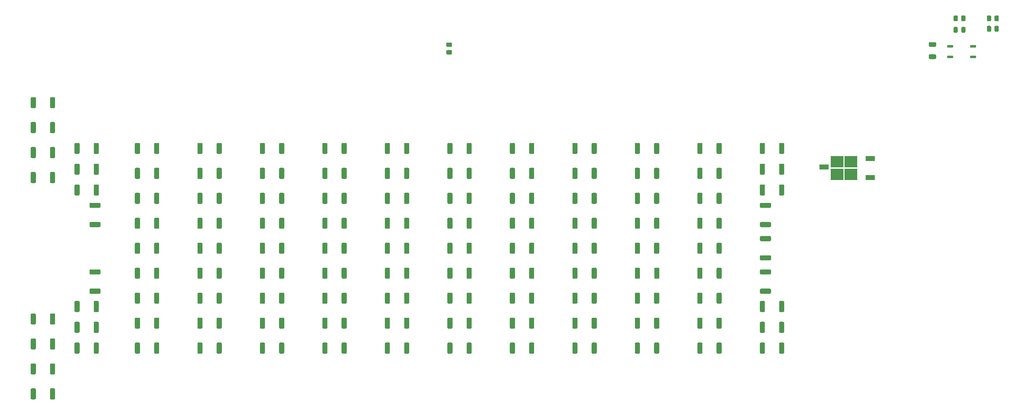
<source format=gbp>
%TF.GenerationSoftware,KiCad,Pcbnew,(5.1.9-0-10_14)*%
%TF.CreationDate,2022-12-08T20:25:56-05:00*%
%TF.ProjectId,5AhG3-12S,35416847-332d-4313-9253-2e6b69636164,rev?*%
%TF.SameCoordinates,Original*%
%TF.FileFunction,Paste,Bot*%
%TF.FilePolarity,Positive*%
%FSLAX46Y46*%
G04 Gerber Fmt 4.6, Leading zero omitted, Abs format (unit mm)*
G04 Created by KiCad (PCBNEW (5.1.9-0-10_14)) date 2022-12-08 20:25:56*
%MOMM*%
%LPD*%
G01*
G04 APERTURE LIST*
%ADD10R,2.200000X1.200000*%
%ADD11R,3.050000X2.750000*%
G04 APERTURE END LIST*
%TO.C,R2*%
G36*
G01*
X90800000Y-115924999D02*
X90800000Y-118075001D01*
G75*
G02*
X90550001Y-118325000I-249999J0D01*
G01*
X89824999Y-118325000D01*
G75*
G02*
X89575000Y-118075001I0J249999D01*
G01*
X89575000Y-115924999D01*
G75*
G02*
X89824999Y-115675000I249999J0D01*
G01*
X90550001Y-115675000D01*
G75*
G02*
X90800000Y-115924999I0J-249999D01*
G01*
G37*
G36*
G01*
X95425000Y-115924999D02*
X95425000Y-118075001D01*
G75*
G02*
X95175001Y-118325000I-249999J0D01*
G01*
X94449999Y-118325000D01*
G75*
G02*
X94200000Y-118075001I0J249999D01*
G01*
X94200000Y-115924999D01*
G75*
G02*
X94449999Y-115675000I249999J0D01*
G01*
X95175001Y-115675000D01*
G75*
G02*
X95425000Y-115924999I0J-249999D01*
G01*
G37*
%TD*%
%TO.C,R6*%
G36*
G01*
X93424999Y-145700000D02*
X95575001Y-145700000D01*
G75*
G02*
X95825000Y-145949999I0J-249999D01*
G01*
X95825000Y-146675001D01*
G75*
G02*
X95575001Y-146925000I-249999J0D01*
G01*
X93424999Y-146925000D01*
G75*
G02*
X93175000Y-146675001I0J249999D01*
G01*
X93175000Y-145949999D01*
G75*
G02*
X93424999Y-145700000I249999J0D01*
G01*
G37*
G36*
G01*
X93424999Y-141075000D02*
X95575001Y-141075000D01*
G75*
G02*
X95825000Y-141324999I0J-249999D01*
G01*
X95825000Y-142050001D01*
G75*
G02*
X95575001Y-142300000I-249999J0D01*
G01*
X93424999Y-142300000D01*
G75*
G02*
X93175000Y-142050001I0J249999D01*
G01*
X93175000Y-141324999D01*
G75*
G02*
X93424999Y-141075000I249999J0D01*
G01*
G37*
%TD*%
%TO.C,R12*%
G36*
G01*
X108700000Y-125075001D02*
X108700000Y-122924999D01*
G75*
G02*
X108949999Y-122675000I249999J0D01*
G01*
X109675001Y-122675000D01*
G75*
G02*
X109925000Y-122924999I0J-249999D01*
G01*
X109925000Y-125075001D01*
G75*
G02*
X109675001Y-125325000I-249999J0D01*
G01*
X108949999Y-125325000D01*
G75*
G02*
X108700000Y-125075001I0J249999D01*
G01*
G37*
G36*
G01*
X104075000Y-125075001D02*
X104075000Y-122924999D01*
G75*
G02*
X104324999Y-122675000I249999J0D01*
G01*
X105050001Y-122675000D01*
G75*
G02*
X105300000Y-122924999I0J-249999D01*
G01*
X105300000Y-125075001D01*
G75*
G02*
X105050001Y-125325000I-249999J0D01*
G01*
X104324999Y-125325000D01*
G75*
G02*
X104075000Y-125075001I0J249999D01*
G01*
G37*
%TD*%
%TO.C,R20*%
G36*
G01*
X120300000Y-116924999D02*
X120300000Y-119075001D01*
G75*
G02*
X120050001Y-119325000I-249999J0D01*
G01*
X119324999Y-119325000D01*
G75*
G02*
X119075000Y-119075001I0J249999D01*
G01*
X119075000Y-116924999D01*
G75*
G02*
X119324999Y-116675000I249999J0D01*
G01*
X120050001Y-116675000D01*
G75*
G02*
X120300000Y-116924999I0J-249999D01*
G01*
G37*
G36*
G01*
X124925000Y-116924999D02*
X124925000Y-119075001D01*
G75*
G02*
X124675001Y-119325000I-249999J0D01*
G01*
X123949999Y-119325000D01*
G75*
G02*
X123700000Y-119075001I0J249999D01*
G01*
X123700000Y-116924999D01*
G75*
G02*
X123949999Y-116675000I249999J0D01*
G01*
X124675001Y-116675000D01*
G75*
G02*
X124925000Y-116924999I0J-249999D01*
G01*
G37*
%TD*%
%TO.C,R29*%
G36*
G01*
X139925000Y-116924999D02*
X139925000Y-119075001D01*
G75*
G02*
X139675001Y-119325000I-249999J0D01*
G01*
X138949999Y-119325000D01*
G75*
G02*
X138700000Y-119075001I0J249999D01*
G01*
X138700000Y-116924999D01*
G75*
G02*
X138949999Y-116675000I249999J0D01*
G01*
X139675001Y-116675000D01*
G75*
G02*
X139925000Y-116924999I0J-249999D01*
G01*
G37*
G36*
G01*
X135300000Y-116924999D02*
X135300000Y-119075001D01*
G75*
G02*
X135050001Y-119325000I-249999J0D01*
G01*
X134324999Y-119325000D01*
G75*
G02*
X134075000Y-119075001I0J249999D01*
G01*
X134075000Y-116924999D01*
G75*
G02*
X134324999Y-116675000I249999J0D01*
G01*
X135050001Y-116675000D01*
G75*
G02*
X135300000Y-116924999I0J-249999D01*
G01*
G37*
%TD*%
%TO.C,R40*%
G36*
G01*
X150300000Y-128924999D02*
X150300000Y-131075001D01*
G75*
G02*
X150050001Y-131325000I-249999J0D01*
G01*
X149324999Y-131325000D01*
G75*
G02*
X149075000Y-131075001I0J249999D01*
G01*
X149075000Y-128924999D01*
G75*
G02*
X149324999Y-128675000I249999J0D01*
G01*
X150050001Y-128675000D01*
G75*
G02*
X150300000Y-128924999I0J-249999D01*
G01*
G37*
G36*
G01*
X154925000Y-128924999D02*
X154925000Y-131075001D01*
G75*
G02*
X154675001Y-131325000I-249999J0D01*
G01*
X153949999Y-131325000D01*
G75*
G02*
X153700000Y-131075001I0J249999D01*
G01*
X153700000Y-128924999D01*
G75*
G02*
X153949999Y-128675000I249999J0D01*
G01*
X154675001Y-128675000D01*
G75*
G02*
X154925000Y-128924999I0J-249999D01*
G01*
G37*
%TD*%
%TO.C,R53*%
G36*
G01*
X169925000Y-152924999D02*
X169925000Y-155075001D01*
G75*
G02*
X169675001Y-155325000I-249999J0D01*
G01*
X168949999Y-155325000D01*
G75*
G02*
X168700000Y-155075001I0J249999D01*
G01*
X168700000Y-152924999D01*
G75*
G02*
X168949999Y-152675000I249999J0D01*
G01*
X169675001Y-152675000D01*
G75*
G02*
X169925000Y-152924999I0J-249999D01*
G01*
G37*
G36*
G01*
X165300000Y-152924999D02*
X165300000Y-155075001D01*
G75*
G02*
X165050001Y-155325000I-249999J0D01*
G01*
X164324999Y-155325000D01*
G75*
G02*
X164075000Y-155075001I0J249999D01*
G01*
X164075000Y-152924999D01*
G75*
G02*
X164324999Y-152675000I249999J0D01*
G01*
X165050001Y-152675000D01*
G75*
G02*
X165300000Y-152924999I0J-249999D01*
G01*
G37*
%TD*%
%TO.C,R67*%
G36*
G01*
X199925000Y-128924999D02*
X199925000Y-131075001D01*
G75*
G02*
X199675001Y-131325000I-249999J0D01*
G01*
X198949999Y-131325000D01*
G75*
G02*
X198700000Y-131075001I0J249999D01*
G01*
X198700000Y-128924999D01*
G75*
G02*
X198949999Y-128675000I249999J0D01*
G01*
X199675001Y-128675000D01*
G75*
G02*
X199925000Y-128924999I0J-249999D01*
G01*
G37*
G36*
G01*
X195300000Y-128924999D02*
X195300000Y-131075001D01*
G75*
G02*
X195050001Y-131325000I-249999J0D01*
G01*
X194324999Y-131325000D01*
G75*
G02*
X194075000Y-131075001I0J249999D01*
G01*
X194075000Y-128924999D01*
G75*
G02*
X194324999Y-128675000I249999J0D01*
G01*
X195050001Y-128675000D01*
G75*
G02*
X195300000Y-128924999I0J-249999D01*
G01*
G37*
%TD*%
%TO.C,R95*%
G36*
G01*
X239075000Y-137075001D02*
X239075000Y-134924999D01*
G75*
G02*
X239324999Y-134675000I249999J0D01*
G01*
X240050001Y-134675000D01*
G75*
G02*
X240300000Y-134924999I0J-249999D01*
G01*
X240300000Y-137075001D01*
G75*
G02*
X240050001Y-137325000I-249999J0D01*
G01*
X239324999Y-137325000D01*
G75*
G02*
X239075000Y-137075001I0J249999D01*
G01*
G37*
G36*
G01*
X243700000Y-137075001D02*
X243700000Y-134924999D01*
G75*
G02*
X243949999Y-134675000I249999J0D01*
G01*
X244675001Y-134675000D01*
G75*
G02*
X244925000Y-134924999I0J-249999D01*
G01*
X244925000Y-137075001D01*
G75*
G02*
X244675001Y-137325000I-249999J0D01*
G01*
X243949999Y-137325000D01*
G75*
G02*
X243700000Y-137075001I0J249999D01*
G01*
G37*
%TD*%
%TO.C,R1*%
G36*
G01*
X89575000Y-113075001D02*
X89575000Y-110924999D01*
G75*
G02*
X89824999Y-110675000I249999J0D01*
G01*
X90550001Y-110675000D01*
G75*
G02*
X90800000Y-110924999I0J-249999D01*
G01*
X90800000Y-113075001D01*
G75*
G02*
X90550001Y-113325000I-249999J0D01*
G01*
X89824999Y-113325000D01*
G75*
G02*
X89575000Y-113075001I0J249999D01*
G01*
G37*
G36*
G01*
X94200000Y-113075001D02*
X94200000Y-110924999D01*
G75*
G02*
X94449999Y-110675000I249999J0D01*
G01*
X95175001Y-110675000D01*
G75*
G02*
X95425000Y-110924999I0J-249999D01*
G01*
X95425000Y-113075001D01*
G75*
G02*
X95175001Y-113325000I-249999J0D01*
G01*
X94449999Y-113325000D01*
G75*
G02*
X94200000Y-113075001I0J249999D01*
G01*
G37*
%TD*%
%TO.C,R3*%
G36*
G01*
X89575000Y-123075001D02*
X89575000Y-120924999D01*
G75*
G02*
X89824999Y-120675000I249999J0D01*
G01*
X90550001Y-120675000D01*
G75*
G02*
X90800000Y-120924999I0J-249999D01*
G01*
X90800000Y-123075001D01*
G75*
G02*
X90550001Y-123325000I-249999J0D01*
G01*
X89824999Y-123325000D01*
G75*
G02*
X89575000Y-123075001I0J249999D01*
G01*
G37*
G36*
G01*
X94200000Y-123075001D02*
X94200000Y-120924999D01*
G75*
G02*
X94449999Y-120675000I249999J0D01*
G01*
X95175001Y-120675000D01*
G75*
G02*
X95425000Y-120924999I0J-249999D01*
G01*
X95425000Y-123075001D01*
G75*
G02*
X95175001Y-123325000I-249999J0D01*
G01*
X94449999Y-123325000D01*
G75*
G02*
X94200000Y-123075001I0J249999D01*
G01*
G37*
%TD*%
%TO.C,R4*%
G36*
G01*
X93424999Y-129700000D02*
X95575001Y-129700000D01*
G75*
G02*
X95825000Y-129949999I0J-249999D01*
G01*
X95825000Y-130675001D01*
G75*
G02*
X95575001Y-130925000I-249999J0D01*
G01*
X93424999Y-130925000D01*
G75*
G02*
X93175000Y-130675001I0J249999D01*
G01*
X93175000Y-129949999D01*
G75*
G02*
X93424999Y-129700000I249999J0D01*
G01*
G37*
G36*
G01*
X93424999Y-125075000D02*
X95575001Y-125075000D01*
G75*
G02*
X95825000Y-125324999I0J-249999D01*
G01*
X95825000Y-126050001D01*
G75*
G02*
X95575001Y-126300000I-249999J0D01*
G01*
X93424999Y-126300000D01*
G75*
G02*
X93175000Y-126050001I0J249999D01*
G01*
X93175000Y-125324999D01*
G75*
G02*
X93424999Y-125075000I249999J0D01*
G01*
G37*
%TD*%
%TO.C,R7*%
G36*
G01*
X95425000Y-148924999D02*
X95425000Y-151075001D01*
G75*
G02*
X95175001Y-151325000I-249999J0D01*
G01*
X94449999Y-151325000D01*
G75*
G02*
X94200000Y-151075001I0J249999D01*
G01*
X94200000Y-148924999D01*
G75*
G02*
X94449999Y-148675000I249999J0D01*
G01*
X95175001Y-148675000D01*
G75*
G02*
X95425000Y-148924999I0J-249999D01*
G01*
G37*
G36*
G01*
X90800000Y-148924999D02*
X90800000Y-151075001D01*
G75*
G02*
X90550001Y-151325000I-249999J0D01*
G01*
X89824999Y-151325000D01*
G75*
G02*
X89575000Y-151075001I0J249999D01*
G01*
X89575000Y-148924999D01*
G75*
G02*
X89824999Y-148675000I249999J0D01*
G01*
X90550001Y-148675000D01*
G75*
G02*
X90800000Y-148924999I0J-249999D01*
G01*
G37*
%TD*%
%TO.C,R8*%
G36*
G01*
X94200000Y-156075001D02*
X94200000Y-153924999D01*
G75*
G02*
X94449999Y-153675000I249999J0D01*
G01*
X95175001Y-153675000D01*
G75*
G02*
X95425000Y-153924999I0J-249999D01*
G01*
X95425000Y-156075001D01*
G75*
G02*
X95175001Y-156325000I-249999J0D01*
G01*
X94449999Y-156325000D01*
G75*
G02*
X94200000Y-156075001I0J249999D01*
G01*
G37*
G36*
G01*
X89575000Y-156075001D02*
X89575000Y-153924999D01*
G75*
G02*
X89824999Y-153675000I249999J0D01*
G01*
X90550001Y-153675000D01*
G75*
G02*
X90800000Y-153924999I0J-249999D01*
G01*
X90800000Y-156075001D01*
G75*
G02*
X90550001Y-156325000I-249999J0D01*
G01*
X89824999Y-156325000D01*
G75*
G02*
X89575000Y-156075001I0J249999D01*
G01*
G37*
%TD*%
%TO.C,R9*%
G36*
G01*
X95425000Y-158924999D02*
X95425000Y-161075001D01*
G75*
G02*
X95175001Y-161325000I-249999J0D01*
G01*
X94449999Y-161325000D01*
G75*
G02*
X94200000Y-161075001I0J249999D01*
G01*
X94200000Y-158924999D01*
G75*
G02*
X94449999Y-158675000I249999J0D01*
G01*
X95175001Y-158675000D01*
G75*
G02*
X95425000Y-158924999I0J-249999D01*
G01*
G37*
G36*
G01*
X90800000Y-158924999D02*
X90800000Y-161075001D01*
G75*
G02*
X90550001Y-161325000I-249999J0D01*
G01*
X89824999Y-161325000D01*
G75*
G02*
X89575000Y-161075001I0J249999D01*
G01*
X89575000Y-158924999D01*
G75*
G02*
X89824999Y-158675000I249999J0D01*
G01*
X90550001Y-158675000D01*
G75*
G02*
X90800000Y-158924999I0J-249999D01*
G01*
G37*
%TD*%
%TO.C,R10*%
G36*
G01*
X108700000Y-113075001D02*
X108700000Y-110924999D01*
G75*
G02*
X108949999Y-110675000I249999J0D01*
G01*
X109675001Y-110675000D01*
G75*
G02*
X109925000Y-110924999I0J-249999D01*
G01*
X109925000Y-113075001D01*
G75*
G02*
X109675001Y-113325000I-249999J0D01*
G01*
X108949999Y-113325000D01*
G75*
G02*
X108700000Y-113075001I0J249999D01*
G01*
G37*
G36*
G01*
X104075000Y-113075001D02*
X104075000Y-110924999D01*
G75*
G02*
X104324999Y-110675000I249999J0D01*
G01*
X105050001Y-110675000D01*
G75*
G02*
X105300000Y-110924999I0J-249999D01*
G01*
X105300000Y-113075001D01*
G75*
G02*
X105050001Y-113325000I-249999J0D01*
G01*
X104324999Y-113325000D01*
G75*
G02*
X104075000Y-113075001I0J249999D01*
G01*
G37*
%TD*%
%TO.C,R11*%
G36*
G01*
X109925000Y-116924999D02*
X109925000Y-119075001D01*
G75*
G02*
X109675001Y-119325000I-249999J0D01*
G01*
X108949999Y-119325000D01*
G75*
G02*
X108700000Y-119075001I0J249999D01*
G01*
X108700000Y-116924999D01*
G75*
G02*
X108949999Y-116675000I249999J0D01*
G01*
X109675001Y-116675000D01*
G75*
G02*
X109925000Y-116924999I0J-249999D01*
G01*
G37*
G36*
G01*
X105300000Y-116924999D02*
X105300000Y-119075001D01*
G75*
G02*
X105050001Y-119325000I-249999J0D01*
G01*
X104324999Y-119325000D01*
G75*
G02*
X104075000Y-119075001I0J249999D01*
G01*
X104075000Y-116924999D01*
G75*
G02*
X104324999Y-116675000I249999J0D01*
G01*
X105050001Y-116675000D01*
G75*
G02*
X105300000Y-116924999I0J-249999D01*
G01*
G37*
%TD*%
%TO.C,R13*%
G36*
G01*
X109925000Y-128924999D02*
X109925000Y-131075001D01*
G75*
G02*
X109675001Y-131325000I-249999J0D01*
G01*
X108949999Y-131325000D01*
G75*
G02*
X108700000Y-131075001I0J249999D01*
G01*
X108700000Y-128924999D01*
G75*
G02*
X108949999Y-128675000I249999J0D01*
G01*
X109675001Y-128675000D01*
G75*
G02*
X109925000Y-128924999I0J-249999D01*
G01*
G37*
G36*
G01*
X105300000Y-128924999D02*
X105300000Y-131075001D01*
G75*
G02*
X105050001Y-131325000I-249999J0D01*
G01*
X104324999Y-131325000D01*
G75*
G02*
X104075000Y-131075001I0J249999D01*
G01*
X104075000Y-128924999D01*
G75*
G02*
X104324999Y-128675000I249999J0D01*
G01*
X105050001Y-128675000D01*
G75*
G02*
X105300000Y-128924999I0J-249999D01*
G01*
G37*
%TD*%
%TO.C,R14*%
G36*
G01*
X108700000Y-137075001D02*
X108700000Y-134924999D01*
G75*
G02*
X108949999Y-134675000I249999J0D01*
G01*
X109675001Y-134675000D01*
G75*
G02*
X109925000Y-134924999I0J-249999D01*
G01*
X109925000Y-137075001D01*
G75*
G02*
X109675001Y-137325000I-249999J0D01*
G01*
X108949999Y-137325000D01*
G75*
G02*
X108700000Y-137075001I0J249999D01*
G01*
G37*
G36*
G01*
X104075000Y-137075001D02*
X104075000Y-134924999D01*
G75*
G02*
X104324999Y-134675000I249999J0D01*
G01*
X105050001Y-134675000D01*
G75*
G02*
X105300000Y-134924999I0J-249999D01*
G01*
X105300000Y-137075001D01*
G75*
G02*
X105050001Y-137325000I-249999J0D01*
G01*
X104324999Y-137325000D01*
G75*
G02*
X104075000Y-137075001I0J249999D01*
G01*
G37*
%TD*%
%TO.C,R15*%
G36*
G01*
X109925000Y-140924999D02*
X109925000Y-143075001D01*
G75*
G02*
X109675001Y-143325000I-249999J0D01*
G01*
X108949999Y-143325000D01*
G75*
G02*
X108700000Y-143075001I0J249999D01*
G01*
X108700000Y-140924999D01*
G75*
G02*
X108949999Y-140675000I249999J0D01*
G01*
X109675001Y-140675000D01*
G75*
G02*
X109925000Y-140924999I0J-249999D01*
G01*
G37*
G36*
G01*
X105300000Y-140924999D02*
X105300000Y-143075001D01*
G75*
G02*
X105050001Y-143325000I-249999J0D01*
G01*
X104324999Y-143325000D01*
G75*
G02*
X104075000Y-143075001I0J249999D01*
G01*
X104075000Y-140924999D01*
G75*
G02*
X104324999Y-140675000I249999J0D01*
G01*
X105050001Y-140675000D01*
G75*
G02*
X105300000Y-140924999I0J-249999D01*
G01*
G37*
%TD*%
%TO.C,R16*%
G36*
G01*
X108700000Y-149075001D02*
X108700000Y-146924999D01*
G75*
G02*
X108949999Y-146675000I249999J0D01*
G01*
X109675001Y-146675000D01*
G75*
G02*
X109925000Y-146924999I0J-249999D01*
G01*
X109925000Y-149075001D01*
G75*
G02*
X109675001Y-149325000I-249999J0D01*
G01*
X108949999Y-149325000D01*
G75*
G02*
X108700000Y-149075001I0J249999D01*
G01*
G37*
G36*
G01*
X104075000Y-149075001D02*
X104075000Y-146924999D01*
G75*
G02*
X104324999Y-146675000I249999J0D01*
G01*
X105050001Y-146675000D01*
G75*
G02*
X105300000Y-146924999I0J-249999D01*
G01*
X105300000Y-149075001D01*
G75*
G02*
X105050001Y-149325000I-249999J0D01*
G01*
X104324999Y-149325000D01*
G75*
G02*
X104075000Y-149075001I0J249999D01*
G01*
G37*
%TD*%
%TO.C,R17*%
G36*
G01*
X109925000Y-152924999D02*
X109925000Y-155075001D01*
G75*
G02*
X109675001Y-155325000I-249999J0D01*
G01*
X108949999Y-155325000D01*
G75*
G02*
X108700000Y-155075001I0J249999D01*
G01*
X108700000Y-152924999D01*
G75*
G02*
X108949999Y-152675000I249999J0D01*
G01*
X109675001Y-152675000D01*
G75*
G02*
X109925000Y-152924999I0J-249999D01*
G01*
G37*
G36*
G01*
X105300000Y-152924999D02*
X105300000Y-155075001D01*
G75*
G02*
X105050001Y-155325000I-249999J0D01*
G01*
X104324999Y-155325000D01*
G75*
G02*
X104075000Y-155075001I0J249999D01*
G01*
X104075000Y-152924999D01*
G75*
G02*
X104324999Y-152675000I249999J0D01*
G01*
X105050001Y-152675000D01*
G75*
G02*
X105300000Y-152924999I0J-249999D01*
G01*
G37*
%TD*%
%TO.C,R18*%
G36*
G01*
X108700000Y-161075001D02*
X108700000Y-158924999D01*
G75*
G02*
X108949999Y-158675000I249999J0D01*
G01*
X109675001Y-158675000D01*
G75*
G02*
X109925000Y-158924999I0J-249999D01*
G01*
X109925000Y-161075001D01*
G75*
G02*
X109675001Y-161325000I-249999J0D01*
G01*
X108949999Y-161325000D01*
G75*
G02*
X108700000Y-161075001I0J249999D01*
G01*
G37*
G36*
G01*
X104075000Y-161075001D02*
X104075000Y-158924999D01*
G75*
G02*
X104324999Y-158675000I249999J0D01*
G01*
X105050001Y-158675000D01*
G75*
G02*
X105300000Y-158924999I0J-249999D01*
G01*
X105300000Y-161075001D01*
G75*
G02*
X105050001Y-161325000I-249999J0D01*
G01*
X104324999Y-161325000D01*
G75*
G02*
X104075000Y-161075001I0J249999D01*
G01*
G37*
%TD*%
%TO.C,R19*%
G36*
G01*
X119075000Y-113075001D02*
X119075000Y-110924999D01*
G75*
G02*
X119324999Y-110675000I249999J0D01*
G01*
X120050001Y-110675000D01*
G75*
G02*
X120300000Y-110924999I0J-249999D01*
G01*
X120300000Y-113075001D01*
G75*
G02*
X120050001Y-113325000I-249999J0D01*
G01*
X119324999Y-113325000D01*
G75*
G02*
X119075000Y-113075001I0J249999D01*
G01*
G37*
G36*
G01*
X123700000Y-113075001D02*
X123700000Y-110924999D01*
G75*
G02*
X123949999Y-110675000I249999J0D01*
G01*
X124675001Y-110675000D01*
G75*
G02*
X124925000Y-110924999I0J-249999D01*
G01*
X124925000Y-113075001D01*
G75*
G02*
X124675001Y-113325000I-249999J0D01*
G01*
X123949999Y-113325000D01*
G75*
G02*
X123700000Y-113075001I0J249999D01*
G01*
G37*
%TD*%
%TO.C,R21*%
G36*
G01*
X119075000Y-125075001D02*
X119075000Y-122924999D01*
G75*
G02*
X119324999Y-122675000I249999J0D01*
G01*
X120050001Y-122675000D01*
G75*
G02*
X120300000Y-122924999I0J-249999D01*
G01*
X120300000Y-125075001D01*
G75*
G02*
X120050001Y-125325000I-249999J0D01*
G01*
X119324999Y-125325000D01*
G75*
G02*
X119075000Y-125075001I0J249999D01*
G01*
G37*
G36*
G01*
X123700000Y-125075001D02*
X123700000Y-122924999D01*
G75*
G02*
X123949999Y-122675000I249999J0D01*
G01*
X124675001Y-122675000D01*
G75*
G02*
X124925000Y-122924999I0J-249999D01*
G01*
X124925000Y-125075001D01*
G75*
G02*
X124675001Y-125325000I-249999J0D01*
G01*
X123949999Y-125325000D01*
G75*
G02*
X123700000Y-125075001I0J249999D01*
G01*
G37*
%TD*%
%TO.C,R22*%
G36*
G01*
X120300000Y-128924999D02*
X120300000Y-131075001D01*
G75*
G02*
X120050001Y-131325000I-249999J0D01*
G01*
X119324999Y-131325000D01*
G75*
G02*
X119075000Y-131075001I0J249999D01*
G01*
X119075000Y-128924999D01*
G75*
G02*
X119324999Y-128675000I249999J0D01*
G01*
X120050001Y-128675000D01*
G75*
G02*
X120300000Y-128924999I0J-249999D01*
G01*
G37*
G36*
G01*
X124925000Y-128924999D02*
X124925000Y-131075001D01*
G75*
G02*
X124675001Y-131325000I-249999J0D01*
G01*
X123949999Y-131325000D01*
G75*
G02*
X123700000Y-131075001I0J249999D01*
G01*
X123700000Y-128924999D01*
G75*
G02*
X123949999Y-128675000I249999J0D01*
G01*
X124675001Y-128675000D01*
G75*
G02*
X124925000Y-128924999I0J-249999D01*
G01*
G37*
%TD*%
%TO.C,R23*%
G36*
G01*
X119075000Y-137075001D02*
X119075000Y-134924999D01*
G75*
G02*
X119324999Y-134675000I249999J0D01*
G01*
X120050001Y-134675000D01*
G75*
G02*
X120300000Y-134924999I0J-249999D01*
G01*
X120300000Y-137075001D01*
G75*
G02*
X120050001Y-137325000I-249999J0D01*
G01*
X119324999Y-137325000D01*
G75*
G02*
X119075000Y-137075001I0J249999D01*
G01*
G37*
G36*
G01*
X123700000Y-137075001D02*
X123700000Y-134924999D01*
G75*
G02*
X123949999Y-134675000I249999J0D01*
G01*
X124675001Y-134675000D01*
G75*
G02*
X124925000Y-134924999I0J-249999D01*
G01*
X124925000Y-137075001D01*
G75*
G02*
X124675001Y-137325000I-249999J0D01*
G01*
X123949999Y-137325000D01*
G75*
G02*
X123700000Y-137075001I0J249999D01*
G01*
G37*
%TD*%
%TO.C,R24*%
G36*
G01*
X120300000Y-140924999D02*
X120300000Y-143075001D01*
G75*
G02*
X120050001Y-143325000I-249999J0D01*
G01*
X119324999Y-143325000D01*
G75*
G02*
X119075000Y-143075001I0J249999D01*
G01*
X119075000Y-140924999D01*
G75*
G02*
X119324999Y-140675000I249999J0D01*
G01*
X120050001Y-140675000D01*
G75*
G02*
X120300000Y-140924999I0J-249999D01*
G01*
G37*
G36*
G01*
X124925000Y-140924999D02*
X124925000Y-143075001D01*
G75*
G02*
X124675001Y-143325000I-249999J0D01*
G01*
X123949999Y-143325000D01*
G75*
G02*
X123700000Y-143075001I0J249999D01*
G01*
X123700000Y-140924999D01*
G75*
G02*
X123949999Y-140675000I249999J0D01*
G01*
X124675001Y-140675000D01*
G75*
G02*
X124925000Y-140924999I0J-249999D01*
G01*
G37*
%TD*%
%TO.C,R25*%
G36*
G01*
X119075000Y-149075001D02*
X119075000Y-146924999D01*
G75*
G02*
X119324999Y-146675000I249999J0D01*
G01*
X120050001Y-146675000D01*
G75*
G02*
X120300000Y-146924999I0J-249999D01*
G01*
X120300000Y-149075001D01*
G75*
G02*
X120050001Y-149325000I-249999J0D01*
G01*
X119324999Y-149325000D01*
G75*
G02*
X119075000Y-149075001I0J249999D01*
G01*
G37*
G36*
G01*
X123700000Y-149075001D02*
X123700000Y-146924999D01*
G75*
G02*
X123949999Y-146675000I249999J0D01*
G01*
X124675001Y-146675000D01*
G75*
G02*
X124925000Y-146924999I0J-249999D01*
G01*
X124925000Y-149075001D01*
G75*
G02*
X124675001Y-149325000I-249999J0D01*
G01*
X123949999Y-149325000D01*
G75*
G02*
X123700000Y-149075001I0J249999D01*
G01*
G37*
%TD*%
%TO.C,R26*%
G36*
G01*
X120300000Y-152924999D02*
X120300000Y-155075001D01*
G75*
G02*
X120050001Y-155325000I-249999J0D01*
G01*
X119324999Y-155325000D01*
G75*
G02*
X119075000Y-155075001I0J249999D01*
G01*
X119075000Y-152924999D01*
G75*
G02*
X119324999Y-152675000I249999J0D01*
G01*
X120050001Y-152675000D01*
G75*
G02*
X120300000Y-152924999I0J-249999D01*
G01*
G37*
G36*
G01*
X124925000Y-152924999D02*
X124925000Y-155075001D01*
G75*
G02*
X124675001Y-155325000I-249999J0D01*
G01*
X123949999Y-155325000D01*
G75*
G02*
X123700000Y-155075001I0J249999D01*
G01*
X123700000Y-152924999D01*
G75*
G02*
X123949999Y-152675000I249999J0D01*
G01*
X124675001Y-152675000D01*
G75*
G02*
X124925000Y-152924999I0J-249999D01*
G01*
G37*
%TD*%
%TO.C,R27*%
G36*
G01*
X119075000Y-161075001D02*
X119075000Y-158924999D01*
G75*
G02*
X119324999Y-158675000I249999J0D01*
G01*
X120050001Y-158675000D01*
G75*
G02*
X120300000Y-158924999I0J-249999D01*
G01*
X120300000Y-161075001D01*
G75*
G02*
X120050001Y-161325000I-249999J0D01*
G01*
X119324999Y-161325000D01*
G75*
G02*
X119075000Y-161075001I0J249999D01*
G01*
G37*
G36*
G01*
X123700000Y-161075001D02*
X123700000Y-158924999D01*
G75*
G02*
X123949999Y-158675000I249999J0D01*
G01*
X124675001Y-158675000D01*
G75*
G02*
X124925000Y-158924999I0J-249999D01*
G01*
X124925000Y-161075001D01*
G75*
G02*
X124675001Y-161325000I-249999J0D01*
G01*
X123949999Y-161325000D01*
G75*
G02*
X123700000Y-161075001I0J249999D01*
G01*
G37*
%TD*%
%TO.C,R28*%
G36*
G01*
X138700000Y-113075001D02*
X138700000Y-110924999D01*
G75*
G02*
X138949999Y-110675000I249999J0D01*
G01*
X139675001Y-110675000D01*
G75*
G02*
X139925000Y-110924999I0J-249999D01*
G01*
X139925000Y-113075001D01*
G75*
G02*
X139675001Y-113325000I-249999J0D01*
G01*
X138949999Y-113325000D01*
G75*
G02*
X138700000Y-113075001I0J249999D01*
G01*
G37*
G36*
G01*
X134075000Y-113075001D02*
X134075000Y-110924999D01*
G75*
G02*
X134324999Y-110675000I249999J0D01*
G01*
X135050001Y-110675000D01*
G75*
G02*
X135300000Y-110924999I0J-249999D01*
G01*
X135300000Y-113075001D01*
G75*
G02*
X135050001Y-113325000I-249999J0D01*
G01*
X134324999Y-113325000D01*
G75*
G02*
X134075000Y-113075001I0J249999D01*
G01*
G37*
%TD*%
%TO.C,R30*%
G36*
G01*
X138700000Y-125075001D02*
X138700000Y-122924999D01*
G75*
G02*
X138949999Y-122675000I249999J0D01*
G01*
X139675001Y-122675000D01*
G75*
G02*
X139925000Y-122924999I0J-249999D01*
G01*
X139925000Y-125075001D01*
G75*
G02*
X139675001Y-125325000I-249999J0D01*
G01*
X138949999Y-125325000D01*
G75*
G02*
X138700000Y-125075001I0J249999D01*
G01*
G37*
G36*
G01*
X134075000Y-125075001D02*
X134075000Y-122924999D01*
G75*
G02*
X134324999Y-122675000I249999J0D01*
G01*
X135050001Y-122675000D01*
G75*
G02*
X135300000Y-122924999I0J-249999D01*
G01*
X135300000Y-125075001D01*
G75*
G02*
X135050001Y-125325000I-249999J0D01*
G01*
X134324999Y-125325000D01*
G75*
G02*
X134075000Y-125075001I0J249999D01*
G01*
G37*
%TD*%
%TO.C,R31*%
G36*
G01*
X139925000Y-128924999D02*
X139925000Y-131075001D01*
G75*
G02*
X139675001Y-131325000I-249999J0D01*
G01*
X138949999Y-131325000D01*
G75*
G02*
X138700000Y-131075001I0J249999D01*
G01*
X138700000Y-128924999D01*
G75*
G02*
X138949999Y-128675000I249999J0D01*
G01*
X139675001Y-128675000D01*
G75*
G02*
X139925000Y-128924999I0J-249999D01*
G01*
G37*
G36*
G01*
X135300000Y-128924999D02*
X135300000Y-131075001D01*
G75*
G02*
X135050001Y-131325000I-249999J0D01*
G01*
X134324999Y-131325000D01*
G75*
G02*
X134075000Y-131075001I0J249999D01*
G01*
X134075000Y-128924999D01*
G75*
G02*
X134324999Y-128675000I249999J0D01*
G01*
X135050001Y-128675000D01*
G75*
G02*
X135300000Y-128924999I0J-249999D01*
G01*
G37*
%TD*%
%TO.C,R32*%
G36*
G01*
X138700000Y-137075001D02*
X138700000Y-134924999D01*
G75*
G02*
X138949999Y-134675000I249999J0D01*
G01*
X139675001Y-134675000D01*
G75*
G02*
X139925000Y-134924999I0J-249999D01*
G01*
X139925000Y-137075001D01*
G75*
G02*
X139675001Y-137325000I-249999J0D01*
G01*
X138949999Y-137325000D01*
G75*
G02*
X138700000Y-137075001I0J249999D01*
G01*
G37*
G36*
G01*
X134075000Y-137075001D02*
X134075000Y-134924999D01*
G75*
G02*
X134324999Y-134675000I249999J0D01*
G01*
X135050001Y-134675000D01*
G75*
G02*
X135300000Y-134924999I0J-249999D01*
G01*
X135300000Y-137075001D01*
G75*
G02*
X135050001Y-137325000I-249999J0D01*
G01*
X134324999Y-137325000D01*
G75*
G02*
X134075000Y-137075001I0J249999D01*
G01*
G37*
%TD*%
%TO.C,R33*%
G36*
G01*
X139925000Y-140924999D02*
X139925000Y-143075001D01*
G75*
G02*
X139675001Y-143325000I-249999J0D01*
G01*
X138949999Y-143325000D01*
G75*
G02*
X138700000Y-143075001I0J249999D01*
G01*
X138700000Y-140924999D01*
G75*
G02*
X138949999Y-140675000I249999J0D01*
G01*
X139675001Y-140675000D01*
G75*
G02*
X139925000Y-140924999I0J-249999D01*
G01*
G37*
G36*
G01*
X135300000Y-140924999D02*
X135300000Y-143075001D01*
G75*
G02*
X135050001Y-143325000I-249999J0D01*
G01*
X134324999Y-143325000D01*
G75*
G02*
X134075000Y-143075001I0J249999D01*
G01*
X134075000Y-140924999D01*
G75*
G02*
X134324999Y-140675000I249999J0D01*
G01*
X135050001Y-140675000D01*
G75*
G02*
X135300000Y-140924999I0J-249999D01*
G01*
G37*
%TD*%
%TO.C,R34*%
G36*
G01*
X138700000Y-149075001D02*
X138700000Y-146924999D01*
G75*
G02*
X138949999Y-146675000I249999J0D01*
G01*
X139675001Y-146675000D01*
G75*
G02*
X139925000Y-146924999I0J-249999D01*
G01*
X139925000Y-149075001D01*
G75*
G02*
X139675001Y-149325000I-249999J0D01*
G01*
X138949999Y-149325000D01*
G75*
G02*
X138700000Y-149075001I0J249999D01*
G01*
G37*
G36*
G01*
X134075000Y-149075001D02*
X134075000Y-146924999D01*
G75*
G02*
X134324999Y-146675000I249999J0D01*
G01*
X135050001Y-146675000D01*
G75*
G02*
X135300000Y-146924999I0J-249999D01*
G01*
X135300000Y-149075001D01*
G75*
G02*
X135050001Y-149325000I-249999J0D01*
G01*
X134324999Y-149325000D01*
G75*
G02*
X134075000Y-149075001I0J249999D01*
G01*
G37*
%TD*%
%TO.C,R35*%
G36*
G01*
X139925000Y-152924999D02*
X139925000Y-155075001D01*
G75*
G02*
X139675001Y-155325000I-249999J0D01*
G01*
X138949999Y-155325000D01*
G75*
G02*
X138700000Y-155075001I0J249999D01*
G01*
X138700000Y-152924999D01*
G75*
G02*
X138949999Y-152675000I249999J0D01*
G01*
X139675001Y-152675000D01*
G75*
G02*
X139925000Y-152924999I0J-249999D01*
G01*
G37*
G36*
G01*
X135300000Y-152924999D02*
X135300000Y-155075001D01*
G75*
G02*
X135050001Y-155325000I-249999J0D01*
G01*
X134324999Y-155325000D01*
G75*
G02*
X134075000Y-155075001I0J249999D01*
G01*
X134075000Y-152924999D01*
G75*
G02*
X134324999Y-152675000I249999J0D01*
G01*
X135050001Y-152675000D01*
G75*
G02*
X135300000Y-152924999I0J-249999D01*
G01*
G37*
%TD*%
%TO.C,R36*%
G36*
G01*
X138700000Y-161075001D02*
X138700000Y-158924999D01*
G75*
G02*
X138949999Y-158675000I249999J0D01*
G01*
X139675001Y-158675000D01*
G75*
G02*
X139925000Y-158924999I0J-249999D01*
G01*
X139925000Y-161075001D01*
G75*
G02*
X139675001Y-161325000I-249999J0D01*
G01*
X138949999Y-161325000D01*
G75*
G02*
X138700000Y-161075001I0J249999D01*
G01*
G37*
G36*
G01*
X134075000Y-161075001D02*
X134075000Y-158924999D01*
G75*
G02*
X134324999Y-158675000I249999J0D01*
G01*
X135050001Y-158675000D01*
G75*
G02*
X135300000Y-158924999I0J-249999D01*
G01*
X135300000Y-161075001D01*
G75*
G02*
X135050001Y-161325000I-249999J0D01*
G01*
X134324999Y-161325000D01*
G75*
G02*
X134075000Y-161075001I0J249999D01*
G01*
G37*
%TD*%
%TO.C,R37*%
G36*
G01*
X149075000Y-113075001D02*
X149075000Y-110924999D01*
G75*
G02*
X149324999Y-110675000I249999J0D01*
G01*
X150050001Y-110675000D01*
G75*
G02*
X150300000Y-110924999I0J-249999D01*
G01*
X150300000Y-113075001D01*
G75*
G02*
X150050001Y-113325000I-249999J0D01*
G01*
X149324999Y-113325000D01*
G75*
G02*
X149075000Y-113075001I0J249999D01*
G01*
G37*
G36*
G01*
X153700000Y-113075001D02*
X153700000Y-110924999D01*
G75*
G02*
X153949999Y-110675000I249999J0D01*
G01*
X154675001Y-110675000D01*
G75*
G02*
X154925000Y-110924999I0J-249999D01*
G01*
X154925000Y-113075001D01*
G75*
G02*
X154675001Y-113325000I-249999J0D01*
G01*
X153949999Y-113325000D01*
G75*
G02*
X153700000Y-113075001I0J249999D01*
G01*
G37*
%TD*%
%TO.C,R38*%
G36*
G01*
X150300000Y-116924999D02*
X150300000Y-119075001D01*
G75*
G02*
X150050001Y-119325000I-249999J0D01*
G01*
X149324999Y-119325000D01*
G75*
G02*
X149075000Y-119075001I0J249999D01*
G01*
X149075000Y-116924999D01*
G75*
G02*
X149324999Y-116675000I249999J0D01*
G01*
X150050001Y-116675000D01*
G75*
G02*
X150300000Y-116924999I0J-249999D01*
G01*
G37*
G36*
G01*
X154925000Y-116924999D02*
X154925000Y-119075001D01*
G75*
G02*
X154675001Y-119325000I-249999J0D01*
G01*
X153949999Y-119325000D01*
G75*
G02*
X153700000Y-119075001I0J249999D01*
G01*
X153700000Y-116924999D01*
G75*
G02*
X153949999Y-116675000I249999J0D01*
G01*
X154675001Y-116675000D01*
G75*
G02*
X154925000Y-116924999I0J-249999D01*
G01*
G37*
%TD*%
%TO.C,R39*%
G36*
G01*
X149075000Y-125075001D02*
X149075000Y-122924999D01*
G75*
G02*
X149324999Y-122675000I249999J0D01*
G01*
X150050001Y-122675000D01*
G75*
G02*
X150300000Y-122924999I0J-249999D01*
G01*
X150300000Y-125075001D01*
G75*
G02*
X150050001Y-125325000I-249999J0D01*
G01*
X149324999Y-125325000D01*
G75*
G02*
X149075000Y-125075001I0J249999D01*
G01*
G37*
G36*
G01*
X153700000Y-125075001D02*
X153700000Y-122924999D01*
G75*
G02*
X153949999Y-122675000I249999J0D01*
G01*
X154675001Y-122675000D01*
G75*
G02*
X154925000Y-122924999I0J-249999D01*
G01*
X154925000Y-125075001D01*
G75*
G02*
X154675001Y-125325000I-249999J0D01*
G01*
X153949999Y-125325000D01*
G75*
G02*
X153700000Y-125075001I0J249999D01*
G01*
G37*
%TD*%
%TO.C,R41*%
G36*
G01*
X149075000Y-137075001D02*
X149075000Y-134924999D01*
G75*
G02*
X149324999Y-134675000I249999J0D01*
G01*
X150050001Y-134675000D01*
G75*
G02*
X150300000Y-134924999I0J-249999D01*
G01*
X150300000Y-137075001D01*
G75*
G02*
X150050001Y-137325000I-249999J0D01*
G01*
X149324999Y-137325000D01*
G75*
G02*
X149075000Y-137075001I0J249999D01*
G01*
G37*
G36*
G01*
X153700000Y-137075001D02*
X153700000Y-134924999D01*
G75*
G02*
X153949999Y-134675000I249999J0D01*
G01*
X154675001Y-134675000D01*
G75*
G02*
X154925000Y-134924999I0J-249999D01*
G01*
X154925000Y-137075001D01*
G75*
G02*
X154675001Y-137325000I-249999J0D01*
G01*
X153949999Y-137325000D01*
G75*
G02*
X153700000Y-137075001I0J249999D01*
G01*
G37*
%TD*%
%TO.C,R42*%
G36*
G01*
X150300000Y-140924999D02*
X150300000Y-143075001D01*
G75*
G02*
X150050001Y-143325000I-249999J0D01*
G01*
X149324999Y-143325000D01*
G75*
G02*
X149075000Y-143075001I0J249999D01*
G01*
X149075000Y-140924999D01*
G75*
G02*
X149324999Y-140675000I249999J0D01*
G01*
X150050001Y-140675000D01*
G75*
G02*
X150300000Y-140924999I0J-249999D01*
G01*
G37*
G36*
G01*
X154925000Y-140924999D02*
X154925000Y-143075001D01*
G75*
G02*
X154675001Y-143325000I-249999J0D01*
G01*
X153949999Y-143325000D01*
G75*
G02*
X153700000Y-143075001I0J249999D01*
G01*
X153700000Y-140924999D01*
G75*
G02*
X153949999Y-140675000I249999J0D01*
G01*
X154675001Y-140675000D01*
G75*
G02*
X154925000Y-140924999I0J-249999D01*
G01*
G37*
%TD*%
%TO.C,R43*%
G36*
G01*
X149075000Y-149075001D02*
X149075000Y-146924999D01*
G75*
G02*
X149324999Y-146675000I249999J0D01*
G01*
X150050001Y-146675000D01*
G75*
G02*
X150300000Y-146924999I0J-249999D01*
G01*
X150300000Y-149075001D01*
G75*
G02*
X150050001Y-149325000I-249999J0D01*
G01*
X149324999Y-149325000D01*
G75*
G02*
X149075000Y-149075001I0J249999D01*
G01*
G37*
G36*
G01*
X153700000Y-149075001D02*
X153700000Y-146924999D01*
G75*
G02*
X153949999Y-146675000I249999J0D01*
G01*
X154675001Y-146675000D01*
G75*
G02*
X154925000Y-146924999I0J-249999D01*
G01*
X154925000Y-149075001D01*
G75*
G02*
X154675001Y-149325000I-249999J0D01*
G01*
X153949999Y-149325000D01*
G75*
G02*
X153700000Y-149075001I0J249999D01*
G01*
G37*
%TD*%
%TO.C,R44*%
G36*
G01*
X150300000Y-152924999D02*
X150300000Y-155075001D01*
G75*
G02*
X150050001Y-155325000I-249999J0D01*
G01*
X149324999Y-155325000D01*
G75*
G02*
X149075000Y-155075001I0J249999D01*
G01*
X149075000Y-152924999D01*
G75*
G02*
X149324999Y-152675000I249999J0D01*
G01*
X150050001Y-152675000D01*
G75*
G02*
X150300000Y-152924999I0J-249999D01*
G01*
G37*
G36*
G01*
X154925000Y-152924999D02*
X154925000Y-155075001D01*
G75*
G02*
X154675001Y-155325000I-249999J0D01*
G01*
X153949999Y-155325000D01*
G75*
G02*
X153700000Y-155075001I0J249999D01*
G01*
X153700000Y-152924999D01*
G75*
G02*
X153949999Y-152675000I249999J0D01*
G01*
X154675001Y-152675000D01*
G75*
G02*
X154925000Y-152924999I0J-249999D01*
G01*
G37*
%TD*%
%TO.C,R45*%
G36*
G01*
X149075000Y-161075001D02*
X149075000Y-158924999D01*
G75*
G02*
X149324999Y-158675000I249999J0D01*
G01*
X150050001Y-158675000D01*
G75*
G02*
X150300000Y-158924999I0J-249999D01*
G01*
X150300000Y-161075001D01*
G75*
G02*
X150050001Y-161325000I-249999J0D01*
G01*
X149324999Y-161325000D01*
G75*
G02*
X149075000Y-161075001I0J249999D01*
G01*
G37*
G36*
G01*
X153700000Y-161075001D02*
X153700000Y-158924999D01*
G75*
G02*
X153949999Y-158675000I249999J0D01*
G01*
X154675001Y-158675000D01*
G75*
G02*
X154925000Y-158924999I0J-249999D01*
G01*
X154925000Y-161075001D01*
G75*
G02*
X154675001Y-161325000I-249999J0D01*
G01*
X153949999Y-161325000D01*
G75*
G02*
X153700000Y-161075001I0J249999D01*
G01*
G37*
%TD*%
%TO.C,R46*%
G36*
G01*
X168700000Y-113075001D02*
X168700000Y-110924999D01*
G75*
G02*
X168949999Y-110675000I249999J0D01*
G01*
X169675001Y-110675000D01*
G75*
G02*
X169925000Y-110924999I0J-249999D01*
G01*
X169925000Y-113075001D01*
G75*
G02*
X169675001Y-113325000I-249999J0D01*
G01*
X168949999Y-113325000D01*
G75*
G02*
X168700000Y-113075001I0J249999D01*
G01*
G37*
G36*
G01*
X164075000Y-113075001D02*
X164075000Y-110924999D01*
G75*
G02*
X164324999Y-110675000I249999J0D01*
G01*
X165050001Y-110675000D01*
G75*
G02*
X165300000Y-110924999I0J-249999D01*
G01*
X165300000Y-113075001D01*
G75*
G02*
X165050001Y-113325000I-249999J0D01*
G01*
X164324999Y-113325000D01*
G75*
G02*
X164075000Y-113075001I0J249999D01*
G01*
G37*
%TD*%
%TO.C,R47*%
G36*
G01*
X169925000Y-116924999D02*
X169925000Y-119075001D01*
G75*
G02*
X169675001Y-119325000I-249999J0D01*
G01*
X168949999Y-119325000D01*
G75*
G02*
X168700000Y-119075001I0J249999D01*
G01*
X168700000Y-116924999D01*
G75*
G02*
X168949999Y-116675000I249999J0D01*
G01*
X169675001Y-116675000D01*
G75*
G02*
X169925000Y-116924999I0J-249999D01*
G01*
G37*
G36*
G01*
X165300000Y-116924999D02*
X165300000Y-119075001D01*
G75*
G02*
X165050001Y-119325000I-249999J0D01*
G01*
X164324999Y-119325000D01*
G75*
G02*
X164075000Y-119075001I0J249999D01*
G01*
X164075000Y-116924999D01*
G75*
G02*
X164324999Y-116675000I249999J0D01*
G01*
X165050001Y-116675000D01*
G75*
G02*
X165300000Y-116924999I0J-249999D01*
G01*
G37*
%TD*%
%TO.C,R48*%
G36*
G01*
X168700000Y-125075001D02*
X168700000Y-122924999D01*
G75*
G02*
X168949999Y-122675000I249999J0D01*
G01*
X169675001Y-122675000D01*
G75*
G02*
X169925000Y-122924999I0J-249999D01*
G01*
X169925000Y-125075001D01*
G75*
G02*
X169675001Y-125325000I-249999J0D01*
G01*
X168949999Y-125325000D01*
G75*
G02*
X168700000Y-125075001I0J249999D01*
G01*
G37*
G36*
G01*
X164075000Y-125075001D02*
X164075000Y-122924999D01*
G75*
G02*
X164324999Y-122675000I249999J0D01*
G01*
X165050001Y-122675000D01*
G75*
G02*
X165300000Y-122924999I0J-249999D01*
G01*
X165300000Y-125075001D01*
G75*
G02*
X165050001Y-125325000I-249999J0D01*
G01*
X164324999Y-125325000D01*
G75*
G02*
X164075000Y-125075001I0J249999D01*
G01*
G37*
%TD*%
%TO.C,R49*%
G36*
G01*
X169925000Y-128924999D02*
X169925000Y-131075001D01*
G75*
G02*
X169675001Y-131325000I-249999J0D01*
G01*
X168949999Y-131325000D01*
G75*
G02*
X168700000Y-131075001I0J249999D01*
G01*
X168700000Y-128924999D01*
G75*
G02*
X168949999Y-128675000I249999J0D01*
G01*
X169675001Y-128675000D01*
G75*
G02*
X169925000Y-128924999I0J-249999D01*
G01*
G37*
G36*
G01*
X165300000Y-128924999D02*
X165300000Y-131075001D01*
G75*
G02*
X165050001Y-131325000I-249999J0D01*
G01*
X164324999Y-131325000D01*
G75*
G02*
X164075000Y-131075001I0J249999D01*
G01*
X164075000Y-128924999D01*
G75*
G02*
X164324999Y-128675000I249999J0D01*
G01*
X165050001Y-128675000D01*
G75*
G02*
X165300000Y-128924999I0J-249999D01*
G01*
G37*
%TD*%
%TO.C,R50*%
G36*
G01*
X168700000Y-137075001D02*
X168700000Y-134924999D01*
G75*
G02*
X168949999Y-134675000I249999J0D01*
G01*
X169675001Y-134675000D01*
G75*
G02*
X169925000Y-134924999I0J-249999D01*
G01*
X169925000Y-137075001D01*
G75*
G02*
X169675001Y-137325000I-249999J0D01*
G01*
X168949999Y-137325000D01*
G75*
G02*
X168700000Y-137075001I0J249999D01*
G01*
G37*
G36*
G01*
X164075000Y-137075001D02*
X164075000Y-134924999D01*
G75*
G02*
X164324999Y-134675000I249999J0D01*
G01*
X165050001Y-134675000D01*
G75*
G02*
X165300000Y-134924999I0J-249999D01*
G01*
X165300000Y-137075001D01*
G75*
G02*
X165050001Y-137325000I-249999J0D01*
G01*
X164324999Y-137325000D01*
G75*
G02*
X164075000Y-137075001I0J249999D01*
G01*
G37*
%TD*%
%TO.C,R51*%
G36*
G01*
X169925000Y-140924999D02*
X169925000Y-143075001D01*
G75*
G02*
X169675001Y-143325000I-249999J0D01*
G01*
X168949999Y-143325000D01*
G75*
G02*
X168700000Y-143075001I0J249999D01*
G01*
X168700000Y-140924999D01*
G75*
G02*
X168949999Y-140675000I249999J0D01*
G01*
X169675001Y-140675000D01*
G75*
G02*
X169925000Y-140924999I0J-249999D01*
G01*
G37*
G36*
G01*
X165300000Y-140924999D02*
X165300000Y-143075001D01*
G75*
G02*
X165050001Y-143325000I-249999J0D01*
G01*
X164324999Y-143325000D01*
G75*
G02*
X164075000Y-143075001I0J249999D01*
G01*
X164075000Y-140924999D01*
G75*
G02*
X164324999Y-140675000I249999J0D01*
G01*
X165050001Y-140675000D01*
G75*
G02*
X165300000Y-140924999I0J-249999D01*
G01*
G37*
%TD*%
%TO.C,R52*%
G36*
G01*
X168700000Y-149075001D02*
X168700000Y-146924999D01*
G75*
G02*
X168949999Y-146675000I249999J0D01*
G01*
X169675001Y-146675000D01*
G75*
G02*
X169925000Y-146924999I0J-249999D01*
G01*
X169925000Y-149075001D01*
G75*
G02*
X169675001Y-149325000I-249999J0D01*
G01*
X168949999Y-149325000D01*
G75*
G02*
X168700000Y-149075001I0J249999D01*
G01*
G37*
G36*
G01*
X164075000Y-149075001D02*
X164075000Y-146924999D01*
G75*
G02*
X164324999Y-146675000I249999J0D01*
G01*
X165050001Y-146675000D01*
G75*
G02*
X165300000Y-146924999I0J-249999D01*
G01*
X165300000Y-149075001D01*
G75*
G02*
X165050001Y-149325000I-249999J0D01*
G01*
X164324999Y-149325000D01*
G75*
G02*
X164075000Y-149075001I0J249999D01*
G01*
G37*
%TD*%
%TO.C,R54*%
G36*
G01*
X168700000Y-161075001D02*
X168700000Y-158924999D01*
G75*
G02*
X168949999Y-158675000I249999J0D01*
G01*
X169675001Y-158675000D01*
G75*
G02*
X169925000Y-158924999I0J-249999D01*
G01*
X169925000Y-161075001D01*
G75*
G02*
X169675001Y-161325000I-249999J0D01*
G01*
X168949999Y-161325000D01*
G75*
G02*
X168700000Y-161075001I0J249999D01*
G01*
G37*
G36*
G01*
X164075000Y-161075001D02*
X164075000Y-158924999D01*
G75*
G02*
X164324999Y-158675000I249999J0D01*
G01*
X165050001Y-158675000D01*
G75*
G02*
X165300000Y-158924999I0J-249999D01*
G01*
X165300000Y-161075001D01*
G75*
G02*
X165050001Y-161325000I-249999J0D01*
G01*
X164324999Y-161325000D01*
G75*
G02*
X164075000Y-161075001I0J249999D01*
G01*
G37*
%TD*%
%TO.C,R55*%
G36*
G01*
X179075000Y-113075001D02*
X179075000Y-110924999D01*
G75*
G02*
X179324999Y-110675000I249999J0D01*
G01*
X180050001Y-110675000D01*
G75*
G02*
X180300000Y-110924999I0J-249999D01*
G01*
X180300000Y-113075001D01*
G75*
G02*
X180050001Y-113325000I-249999J0D01*
G01*
X179324999Y-113325000D01*
G75*
G02*
X179075000Y-113075001I0J249999D01*
G01*
G37*
G36*
G01*
X183700000Y-113075001D02*
X183700000Y-110924999D01*
G75*
G02*
X183949999Y-110675000I249999J0D01*
G01*
X184675001Y-110675000D01*
G75*
G02*
X184925000Y-110924999I0J-249999D01*
G01*
X184925000Y-113075001D01*
G75*
G02*
X184675001Y-113325000I-249999J0D01*
G01*
X183949999Y-113325000D01*
G75*
G02*
X183700000Y-113075001I0J249999D01*
G01*
G37*
%TD*%
%TO.C,R56*%
G36*
G01*
X180300000Y-116924999D02*
X180300000Y-119075001D01*
G75*
G02*
X180050001Y-119325000I-249999J0D01*
G01*
X179324999Y-119325000D01*
G75*
G02*
X179075000Y-119075001I0J249999D01*
G01*
X179075000Y-116924999D01*
G75*
G02*
X179324999Y-116675000I249999J0D01*
G01*
X180050001Y-116675000D01*
G75*
G02*
X180300000Y-116924999I0J-249999D01*
G01*
G37*
G36*
G01*
X184925000Y-116924999D02*
X184925000Y-119075001D01*
G75*
G02*
X184675001Y-119325000I-249999J0D01*
G01*
X183949999Y-119325000D01*
G75*
G02*
X183700000Y-119075001I0J249999D01*
G01*
X183700000Y-116924999D01*
G75*
G02*
X183949999Y-116675000I249999J0D01*
G01*
X184675001Y-116675000D01*
G75*
G02*
X184925000Y-116924999I0J-249999D01*
G01*
G37*
%TD*%
%TO.C,R57*%
G36*
G01*
X179075000Y-125075001D02*
X179075000Y-122924999D01*
G75*
G02*
X179324999Y-122675000I249999J0D01*
G01*
X180050001Y-122675000D01*
G75*
G02*
X180300000Y-122924999I0J-249999D01*
G01*
X180300000Y-125075001D01*
G75*
G02*
X180050001Y-125325000I-249999J0D01*
G01*
X179324999Y-125325000D01*
G75*
G02*
X179075000Y-125075001I0J249999D01*
G01*
G37*
G36*
G01*
X183700000Y-125075001D02*
X183700000Y-122924999D01*
G75*
G02*
X183949999Y-122675000I249999J0D01*
G01*
X184675001Y-122675000D01*
G75*
G02*
X184925000Y-122924999I0J-249999D01*
G01*
X184925000Y-125075001D01*
G75*
G02*
X184675001Y-125325000I-249999J0D01*
G01*
X183949999Y-125325000D01*
G75*
G02*
X183700000Y-125075001I0J249999D01*
G01*
G37*
%TD*%
%TO.C,R58*%
G36*
G01*
X180300000Y-128924999D02*
X180300000Y-131075001D01*
G75*
G02*
X180050001Y-131325000I-249999J0D01*
G01*
X179324999Y-131325000D01*
G75*
G02*
X179075000Y-131075001I0J249999D01*
G01*
X179075000Y-128924999D01*
G75*
G02*
X179324999Y-128675000I249999J0D01*
G01*
X180050001Y-128675000D01*
G75*
G02*
X180300000Y-128924999I0J-249999D01*
G01*
G37*
G36*
G01*
X184925000Y-128924999D02*
X184925000Y-131075001D01*
G75*
G02*
X184675001Y-131325000I-249999J0D01*
G01*
X183949999Y-131325000D01*
G75*
G02*
X183700000Y-131075001I0J249999D01*
G01*
X183700000Y-128924999D01*
G75*
G02*
X183949999Y-128675000I249999J0D01*
G01*
X184675001Y-128675000D01*
G75*
G02*
X184925000Y-128924999I0J-249999D01*
G01*
G37*
%TD*%
%TO.C,R59*%
G36*
G01*
X179075000Y-137075001D02*
X179075000Y-134924999D01*
G75*
G02*
X179324999Y-134675000I249999J0D01*
G01*
X180050001Y-134675000D01*
G75*
G02*
X180300000Y-134924999I0J-249999D01*
G01*
X180300000Y-137075001D01*
G75*
G02*
X180050001Y-137325000I-249999J0D01*
G01*
X179324999Y-137325000D01*
G75*
G02*
X179075000Y-137075001I0J249999D01*
G01*
G37*
G36*
G01*
X183700000Y-137075001D02*
X183700000Y-134924999D01*
G75*
G02*
X183949999Y-134675000I249999J0D01*
G01*
X184675001Y-134675000D01*
G75*
G02*
X184925000Y-134924999I0J-249999D01*
G01*
X184925000Y-137075001D01*
G75*
G02*
X184675001Y-137325000I-249999J0D01*
G01*
X183949999Y-137325000D01*
G75*
G02*
X183700000Y-137075001I0J249999D01*
G01*
G37*
%TD*%
%TO.C,R60*%
G36*
G01*
X180300000Y-140924999D02*
X180300000Y-143075001D01*
G75*
G02*
X180050001Y-143325000I-249999J0D01*
G01*
X179324999Y-143325000D01*
G75*
G02*
X179075000Y-143075001I0J249999D01*
G01*
X179075000Y-140924999D01*
G75*
G02*
X179324999Y-140675000I249999J0D01*
G01*
X180050001Y-140675000D01*
G75*
G02*
X180300000Y-140924999I0J-249999D01*
G01*
G37*
G36*
G01*
X184925000Y-140924999D02*
X184925000Y-143075001D01*
G75*
G02*
X184675001Y-143325000I-249999J0D01*
G01*
X183949999Y-143325000D01*
G75*
G02*
X183700000Y-143075001I0J249999D01*
G01*
X183700000Y-140924999D01*
G75*
G02*
X183949999Y-140675000I249999J0D01*
G01*
X184675001Y-140675000D01*
G75*
G02*
X184925000Y-140924999I0J-249999D01*
G01*
G37*
%TD*%
%TO.C,R61*%
G36*
G01*
X179075000Y-149075001D02*
X179075000Y-146924999D01*
G75*
G02*
X179324999Y-146675000I249999J0D01*
G01*
X180050001Y-146675000D01*
G75*
G02*
X180300000Y-146924999I0J-249999D01*
G01*
X180300000Y-149075001D01*
G75*
G02*
X180050001Y-149325000I-249999J0D01*
G01*
X179324999Y-149325000D01*
G75*
G02*
X179075000Y-149075001I0J249999D01*
G01*
G37*
G36*
G01*
X183700000Y-149075001D02*
X183700000Y-146924999D01*
G75*
G02*
X183949999Y-146675000I249999J0D01*
G01*
X184675001Y-146675000D01*
G75*
G02*
X184925000Y-146924999I0J-249999D01*
G01*
X184925000Y-149075001D01*
G75*
G02*
X184675001Y-149325000I-249999J0D01*
G01*
X183949999Y-149325000D01*
G75*
G02*
X183700000Y-149075001I0J249999D01*
G01*
G37*
%TD*%
%TO.C,R62*%
G36*
G01*
X180300000Y-152924999D02*
X180300000Y-155075001D01*
G75*
G02*
X180050001Y-155325000I-249999J0D01*
G01*
X179324999Y-155325000D01*
G75*
G02*
X179075000Y-155075001I0J249999D01*
G01*
X179075000Y-152924999D01*
G75*
G02*
X179324999Y-152675000I249999J0D01*
G01*
X180050001Y-152675000D01*
G75*
G02*
X180300000Y-152924999I0J-249999D01*
G01*
G37*
G36*
G01*
X184925000Y-152924999D02*
X184925000Y-155075001D01*
G75*
G02*
X184675001Y-155325000I-249999J0D01*
G01*
X183949999Y-155325000D01*
G75*
G02*
X183700000Y-155075001I0J249999D01*
G01*
X183700000Y-152924999D01*
G75*
G02*
X183949999Y-152675000I249999J0D01*
G01*
X184675001Y-152675000D01*
G75*
G02*
X184925000Y-152924999I0J-249999D01*
G01*
G37*
%TD*%
%TO.C,R63*%
G36*
G01*
X179075000Y-161075001D02*
X179075000Y-158924999D01*
G75*
G02*
X179324999Y-158675000I249999J0D01*
G01*
X180050001Y-158675000D01*
G75*
G02*
X180300000Y-158924999I0J-249999D01*
G01*
X180300000Y-161075001D01*
G75*
G02*
X180050001Y-161325000I-249999J0D01*
G01*
X179324999Y-161325000D01*
G75*
G02*
X179075000Y-161075001I0J249999D01*
G01*
G37*
G36*
G01*
X183700000Y-161075001D02*
X183700000Y-158924999D01*
G75*
G02*
X183949999Y-158675000I249999J0D01*
G01*
X184675001Y-158675000D01*
G75*
G02*
X184925000Y-158924999I0J-249999D01*
G01*
X184925000Y-161075001D01*
G75*
G02*
X184675001Y-161325000I-249999J0D01*
G01*
X183949999Y-161325000D01*
G75*
G02*
X183700000Y-161075001I0J249999D01*
G01*
G37*
%TD*%
%TO.C,R64*%
G36*
G01*
X198700000Y-113075001D02*
X198700000Y-110924999D01*
G75*
G02*
X198949999Y-110675000I249999J0D01*
G01*
X199675001Y-110675000D01*
G75*
G02*
X199925000Y-110924999I0J-249999D01*
G01*
X199925000Y-113075001D01*
G75*
G02*
X199675001Y-113325000I-249999J0D01*
G01*
X198949999Y-113325000D01*
G75*
G02*
X198700000Y-113075001I0J249999D01*
G01*
G37*
G36*
G01*
X194075000Y-113075001D02*
X194075000Y-110924999D01*
G75*
G02*
X194324999Y-110675000I249999J0D01*
G01*
X195050001Y-110675000D01*
G75*
G02*
X195300000Y-110924999I0J-249999D01*
G01*
X195300000Y-113075001D01*
G75*
G02*
X195050001Y-113325000I-249999J0D01*
G01*
X194324999Y-113325000D01*
G75*
G02*
X194075000Y-113075001I0J249999D01*
G01*
G37*
%TD*%
%TO.C,R65*%
G36*
G01*
X199925000Y-116924999D02*
X199925000Y-119075001D01*
G75*
G02*
X199675001Y-119325000I-249999J0D01*
G01*
X198949999Y-119325000D01*
G75*
G02*
X198700000Y-119075001I0J249999D01*
G01*
X198700000Y-116924999D01*
G75*
G02*
X198949999Y-116675000I249999J0D01*
G01*
X199675001Y-116675000D01*
G75*
G02*
X199925000Y-116924999I0J-249999D01*
G01*
G37*
G36*
G01*
X195300000Y-116924999D02*
X195300000Y-119075001D01*
G75*
G02*
X195050001Y-119325000I-249999J0D01*
G01*
X194324999Y-119325000D01*
G75*
G02*
X194075000Y-119075001I0J249999D01*
G01*
X194075000Y-116924999D01*
G75*
G02*
X194324999Y-116675000I249999J0D01*
G01*
X195050001Y-116675000D01*
G75*
G02*
X195300000Y-116924999I0J-249999D01*
G01*
G37*
%TD*%
%TO.C,R66*%
G36*
G01*
X198700000Y-125075001D02*
X198700000Y-122924999D01*
G75*
G02*
X198949999Y-122675000I249999J0D01*
G01*
X199675001Y-122675000D01*
G75*
G02*
X199925000Y-122924999I0J-249999D01*
G01*
X199925000Y-125075001D01*
G75*
G02*
X199675001Y-125325000I-249999J0D01*
G01*
X198949999Y-125325000D01*
G75*
G02*
X198700000Y-125075001I0J249999D01*
G01*
G37*
G36*
G01*
X194075000Y-125075001D02*
X194075000Y-122924999D01*
G75*
G02*
X194324999Y-122675000I249999J0D01*
G01*
X195050001Y-122675000D01*
G75*
G02*
X195300000Y-122924999I0J-249999D01*
G01*
X195300000Y-125075001D01*
G75*
G02*
X195050001Y-125325000I-249999J0D01*
G01*
X194324999Y-125325000D01*
G75*
G02*
X194075000Y-125075001I0J249999D01*
G01*
G37*
%TD*%
%TO.C,R68*%
G36*
G01*
X198700000Y-137075001D02*
X198700000Y-134924999D01*
G75*
G02*
X198949999Y-134675000I249999J0D01*
G01*
X199675001Y-134675000D01*
G75*
G02*
X199925000Y-134924999I0J-249999D01*
G01*
X199925000Y-137075001D01*
G75*
G02*
X199675001Y-137325000I-249999J0D01*
G01*
X198949999Y-137325000D01*
G75*
G02*
X198700000Y-137075001I0J249999D01*
G01*
G37*
G36*
G01*
X194075000Y-137075001D02*
X194075000Y-134924999D01*
G75*
G02*
X194324999Y-134675000I249999J0D01*
G01*
X195050001Y-134675000D01*
G75*
G02*
X195300000Y-134924999I0J-249999D01*
G01*
X195300000Y-137075001D01*
G75*
G02*
X195050001Y-137325000I-249999J0D01*
G01*
X194324999Y-137325000D01*
G75*
G02*
X194075000Y-137075001I0J249999D01*
G01*
G37*
%TD*%
%TO.C,R69*%
G36*
G01*
X199925000Y-140924999D02*
X199925000Y-143075001D01*
G75*
G02*
X199675001Y-143325000I-249999J0D01*
G01*
X198949999Y-143325000D01*
G75*
G02*
X198700000Y-143075001I0J249999D01*
G01*
X198700000Y-140924999D01*
G75*
G02*
X198949999Y-140675000I249999J0D01*
G01*
X199675001Y-140675000D01*
G75*
G02*
X199925000Y-140924999I0J-249999D01*
G01*
G37*
G36*
G01*
X195300000Y-140924999D02*
X195300000Y-143075001D01*
G75*
G02*
X195050001Y-143325000I-249999J0D01*
G01*
X194324999Y-143325000D01*
G75*
G02*
X194075000Y-143075001I0J249999D01*
G01*
X194075000Y-140924999D01*
G75*
G02*
X194324999Y-140675000I249999J0D01*
G01*
X195050001Y-140675000D01*
G75*
G02*
X195300000Y-140924999I0J-249999D01*
G01*
G37*
%TD*%
%TO.C,R70*%
G36*
G01*
X198700000Y-149075001D02*
X198700000Y-146924999D01*
G75*
G02*
X198949999Y-146675000I249999J0D01*
G01*
X199675001Y-146675000D01*
G75*
G02*
X199925000Y-146924999I0J-249999D01*
G01*
X199925000Y-149075001D01*
G75*
G02*
X199675001Y-149325000I-249999J0D01*
G01*
X198949999Y-149325000D01*
G75*
G02*
X198700000Y-149075001I0J249999D01*
G01*
G37*
G36*
G01*
X194075000Y-149075001D02*
X194075000Y-146924999D01*
G75*
G02*
X194324999Y-146675000I249999J0D01*
G01*
X195050001Y-146675000D01*
G75*
G02*
X195300000Y-146924999I0J-249999D01*
G01*
X195300000Y-149075001D01*
G75*
G02*
X195050001Y-149325000I-249999J0D01*
G01*
X194324999Y-149325000D01*
G75*
G02*
X194075000Y-149075001I0J249999D01*
G01*
G37*
%TD*%
%TO.C,R71*%
G36*
G01*
X199925000Y-152924999D02*
X199925000Y-155075001D01*
G75*
G02*
X199675001Y-155325000I-249999J0D01*
G01*
X198949999Y-155325000D01*
G75*
G02*
X198700000Y-155075001I0J249999D01*
G01*
X198700000Y-152924999D01*
G75*
G02*
X198949999Y-152675000I249999J0D01*
G01*
X199675001Y-152675000D01*
G75*
G02*
X199925000Y-152924999I0J-249999D01*
G01*
G37*
G36*
G01*
X195300000Y-152924999D02*
X195300000Y-155075001D01*
G75*
G02*
X195050001Y-155325000I-249999J0D01*
G01*
X194324999Y-155325000D01*
G75*
G02*
X194075000Y-155075001I0J249999D01*
G01*
X194075000Y-152924999D01*
G75*
G02*
X194324999Y-152675000I249999J0D01*
G01*
X195050001Y-152675000D01*
G75*
G02*
X195300000Y-152924999I0J-249999D01*
G01*
G37*
%TD*%
%TO.C,R72*%
G36*
G01*
X198700000Y-161075001D02*
X198700000Y-158924999D01*
G75*
G02*
X198949999Y-158675000I249999J0D01*
G01*
X199675001Y-158675000D01*
G75*
G02*
X199925000Y-158924999I0J-249999D01*
G01*
X199925000Y-161075001D01*
G75*
G02*
X199675001Y-161325000I-249999J0D01*
G01*
X198949999Y-161325000D01*
G75*
G02*
X198700000Y-161075001I0J249999D01*
G01*
G37*
G36*
G01*
X194075000Y-161075001D02*
X194075000Y-158924999D01*
G75*
G02*
X194324999Y-158675000I249999J0D01*
G01*
X195050001Y-158675000D01*
G75*
G02*
X195300000Y-158924999I0J-249999D01*
G01*
X195300000Y-161075001D01*
G75*
G02*
X195050001Y-161325000I-249999J0D01*
G01*
X194324999Y-161325000D01*
G75*
G02*
X194075000Y-161075001I0J249999D01*
G01*
G37*
%TD*%
%TO.C,R73*%
G36*
G01*
X209075000Y-113075001D02*
X209075000Y-110924999D01*
G75*
G02*
X209324999Y-110675000I249999J0D01*
G01*
X210050001Y-110675000D01*
G75*
G02*
X210300000Y-110924999I0J-249999D01*
G01*
X210300000Y-113075001D01*
G75*
G02*
X210050001Y-113325000I-249999J0D01*
G01*
X209324999Y-113325000D01*
G75*
G02*
X209075000Y-113075001I0J249999D01*
G01*
G37*
G36*
G01*
X213700000Y-113075001D02*
X213700000Y-110924999D01*
G75*
G02*
X213949999Y-110675000I249999J0D01*
G01*
X214675001Y-110675000D01*
G75*
G02*
X214925000Y-110924999I0J-249999D01*
G01*
X214925000Y-113075001D01*
G75*
G02*
X214675001Y-113325000I-249999J0D01*
G01*
X213949999Y-113325000D01*
G75*
G02*
X213700000Y-113075001I0J249999D01*
G01*
G37*
%TD*%
%TO.C,R74*%
G36*
G01*
X210300000Y-116924999D02*
X210300000Y-119075001D01*
G75*
G02*
X210050001Y-119325000I-249999J0D01*
G01*
X209324999Y-119325000D01*
G75*
G02*
X209075000Y-119075001I0J249999D01*
G01*
X209075000Y-116924999D01*
G75*
G02*
X209324999Y-116675000I249999J0D01*
G01*
X210050001Y-116675000D01*
G75*
G02*
X210300000Y-116924999I0J-249999D01*
G01*
G37*
G36*
G01*
X214925000Y-116924999D02*
X214925000Y-119075001D01*
G75*
G02*
X214675001Y-119325000I-249999J0D01*
G01*
X213949999Y-119325000D01*
G75*
G02*
X213700000Y-119075001I0J249999D01*
G01*
X213700000Y-116924999D01*
G75*
G02*
X213949999Y-116675000I249999J0D01*
G01*
X214675001Y-116675000D01*
G75*
G02*
X214925000Y-116924999I0J-249999D01*
G01*
G37*
%TD*%
%TO.C,R75*%
G36*
G01*
X209075000Y-125075001D02*
X209075000Y-122924999D01*
G75*
G02*
X209324999Y-122675000I249999J0D01*
G01*
X210050001Y-122675000D01*
G75*
G02*
X210300000Y-122924999I0J-249999D01*
G01*
X210300000Y-125075001D01*
G75*
G02*
X210050001Y-125325000I-249999J0D01*
G01*
X209324999Y-125325000D01*
G75*
G02*
X209075000Y-125075001I0J249999D01*
G01*
G37*
G36*
G01*
X213700000Y-125075001D02*
X213700000Y-122924999D01*
G75*
G02*
X213949999Y-122675000I249999J0D01*
G01*
X214675001Y-122675000D01*
G75*
G02*
X214925000Y-122924999I0J-249999D01*
G01*
X214925000Y-125075001D01*
G75*
G02*
X214675001Y-125325000I-249999J0D01*
G01*
X213949999Y-125325000D01*
G75*
G02*
X213700000Y-125075001I0J249999D01*
G01*
G37*
%TD*%
%TO.C,R76*%
G36*
G01*
X210300000Y-128924999D02*
X210300000Y-131075001D01*
G75*
G02*
X210050001Y-131325000I-249999J0D01*
G01*
X209324999Y-131325000D01*
G75*
G02*
X209075000Y-131075001I0J249999D01*
G01*
X209075000Y-128924999D01*
G75*
G02*
X209324999Y-128675000I249999J0D01*
G01*
X210050001Y-128675000D01*
G75*
G02*
X210300000Y-128924999I0J-249999D01*
G01*
G37*
G36*
G01*
X214925000Y-128924999D02*
X214925000Y-131075001D01*
G75*
G02*
X214675001Y-131325000I-249999J0D01*
G01*
X213949999Y-131325000D01*
G75*
G02*
X213700000Y-131075001I0J249999D01*
G01*
X213700000Y-128924999D01*
G75*
G02*
X213949999Y-128675000I249999J0D01*
G01*
X214675001Y-128675000D01*
G75*
G02*
X214925000Y-128924999I0J-249999D01*
G01*
G37*
%TD*%
%TO.C,R77*%
G36*
G01*
X209075000Y-137075001D02*
X209075000Y-134924999D01*
G75*
G02*
X209324999Y-134675000I249999J0D01*
G01*
X210050001Y-134675000D01*
G75*
G02*
X210300000Y-134924999I0J-249999D01*
G01*
X210300000Y-137075001D01*
G75*
G02*
X210050001Y-137325000I-249999J0D01*
G01*
X209324999Y-137325000D01*
G75*
G02*
X209075000Y-137075001I0J249999D01*
G01*
G37*
G36*
G01*
X213700000Y-137075001D02*
X213700000Y-134924999D01*
G75*
G02*
X213949999Y-134675000I249999J0D01*
G01*
X214675001Y-134675000D01*
G75*
G02*
X214925000Y-134924999I0J-249999D01*
G01*
X214925000Y-137075001D01*
G75*
G02*
X214675001Y-137325000I-249999J0D01*
G01*
X213949999Y-137325000D01*
G75*
G02*
X213700000Y-137075001I0J249999D01*
G01*
G37*
%TD*%
%TO.C,R78*%
G36*
G01*
X210300000Y-140924999D02*
X210300000Y-143075001D01*
G75*
G02*
X210050001Y-143325000I-249999J0D01*
G01*
X209324999Y-143325000D01*
G75*
G02*
X209075000Y-143075001I0J249999D01*
G01*
X209075000Y-140924999D01*
G75*
G02*
X209324999Y-140675000I249999J0D01*
G01*
X210050001Y-140675000D01*
G75*
G02*
X210300000Y-140924999I0J-249999D01*
G01*
G37*
G36*
G01*
X214925000Y-140924999D02*
X214925000Y-143075001D01*
G75*
G02*
X214675001Y-143325000I-249999J0D01*
G01*
X213949999Y-143325000D01*
G75*
G02*
X213700000Y-143075001I0J249999D01*
G01*
X213700000Y-140924999D01*
G75*
G02*
X213949999Y-140675000I249999J0D01*
G01*
X214675001Y-140675000D01*
G75*
G02*
X214925000Y-140924999I0J-249999D01*
G01*
G37*
%TD*%
%TO.C,R79*%
G36*
G01*
X209075000Y-149075001D02*
X209075000Y-146924999D01*
G75*
G02*
X209324999Y-146675000I249999J0D01*
G01*
X210050001Y-146675000D01*
G75*
G02*
X210300000Y-146924999I0J-249999D01*
G01*
X210300000Y-149075001D01*
G75*
G02*
X210050001Y-149325000I-249999J0D01*
G01*
X209324999Y-149325000D01*
G75*
G02*
X209075000Y-149075001I0J249999D01*
G01*
G37*
G36*
G01*
X213700000Y-149075001D02*
X213700000Y-146924999D01*
G75*
G02*
X213949999Y-146675000I249999J0D01*
G01*
X214675001Y-146675000D01*
G75*
G02*
X214925000Y-146924999I0J-249999D01*
G01*
X214925000Y-149075001D01*
G75*
G02*
X214675001Y-149325000I-249999J0D01*
G01*
X213949999Y-149325000D01*
G75*
G02*
X213700000Y-149075001I0J249999D01*
G01*
G37*
%TD*%
%TO.C,R80*%
G36*
G01*
X210300000Y-152924999D02*
X210300000Y-155075001D01*
G75*
G02*
X210050001Y-155325000I-249999J0D01*
G01*
X209324999Y-155325000D01*
G75*
G02*
X209075000Y-155075001I0J249999D01*
G01*
X209075000Y-152924999D01*
G75*
G02*
X209324999Y-152675000I249999J0D01*
G01*
X210050001Y-152675000D01*
G75*
G02*
X210300000Y-152924999I0J-249999D01*
G01*
G37*
G36*
G01*
X214925000Y-152924999D02*
X214925000Y-155075001D01*
G75*
G02*
X214675001Y-155325000I-249999J0D01*
G01*
X213949999Y-155325000D01*
G75*
G02*
X213700000Y-155075001I0J249999D01*
G01*
X213700000Y-152924999D01*
G75*
G02*
X213949999Y-152675000I249999J0D01*
G01*
X214675001Y-152675000D01*
G75*
G02*
X214925000Y-152924999I0J-249999D01*
G01*
G37*
%TD*%
%TO.C,R81*%
G36*
G01*
X209075000Y-161075001D02*
X209075000Y-158924999D01*
G75*
G02*
X209324999Y-158675000I249999J0D01*
G01*
X210050001Y-158675000D01*
G75*
G02*
X210300000Y-158924999I0J-249999D01*
G01*
X210300000Y-161075001D01*
G75*
G02*
X210050001Y-161325000I-249999J0D01*
G01*
X209324999Y-161325000D01*
G75*
G02*
X209075000Y-161075001I0J249999D01*
G01*
G37*
G36*
G01*
X213700000Y-161075001D02*
X213700000Y-158924999D01*
G75*
G02*
X213949999Y-158675000I249999J0D01*
G01*
X214675001Y-158675000D01*
G75*
G02*
X214925000Y-158924999I0J-249999D01*
G01*
X214925000Y-161075001D01*
G75*
G02*
X214675001Y-161325000I-249999J0D01*
G01*
X213949999Y-161325000D01*
G75*
G02*
X213700000Y-161075001I0J249999D01*
G01*
G37*
%TD*%
%TO.C,R82*%
G36*
G01*
X228700000Y-113075001D02*
X228700000Y-110924999D01*
G75*
G02*
X228949999Y-110675000I249999J0D01*
G01*
X229675001Y-110675000D01*
G75*
G02*
X229925000Y-110924999I0J-249999D01*
G01*
X229925000Y-113075001D01*
G75*
G02*
X229675001Y-113325000I-249999J0D01*
G01*
X228949999Y-113325000D01*
G75*
G02*
X228700000Y-113075001I0J249999D01*
G01*
G37*
G36*
G01*
X224075000Y-113075001D02*
X224075000Y-110924999D01*
G75*
G02*
X224324999Y-110675000I249999J0D01*
G01*
X225050001Y-110675000D01*
G75*
G02*
X225300000Y-110924999I0J-249999D01*
G01*
X225300000Y-113075001D01*
G75*
G02*
X225050001Y-113325000I-249999J0D01*
G01*
X224324999Y-113325000D01*
G75*
G02*
X224075000Y-113075001I0J249999D01*
G01*
G37*
%TD*%
%TO.C,R83*%
G36*
G01*
X229925000Y-116924999D02*
X229925000Y-119075001D01*
G75*
G02*
X229675001Y-119325000I-249999J0D01*
G01*
X228949999Y-119325000D01*
G75*
G02*
X228700000Y-119075001I0J249999D01*
G01*
X228700000Y-116924999D01*
G75*
G02*
X228949999Y-116675000I249999J0D01*
G01*
X229675001Y-116675000D01*
G75*
G02*
X229925000Y-116924999I0J-249999D01*
G01*
G37*
G36*
G01*
X225300000Y-116924999D02*
X225300000Y-119075001D01*
G75*
G02*
X225050001Y-119325000I-249999J0D01*
G01*
X224324999Y-119325000D01*
G75*
G02*
X224075000Y-119075001I0J249999D01*
G01*
X224075000Y-116924999D01*
G75*
G02*
X224324999Y-116675000I249999J0D01*
G01*
X225050001Y-116675000D01*
G75*
G02*
X225300000Y-116924999I0J-249999D01*
G01*
G37*
%TD*%
%TO.C,R84*%
G36*
G01*
X228700000Y-125075001D02*
X228700000Y-122924999D01*
G75*
G02*
X228949999Y-122675000I249999J0D01*
G01*
X229675001Y-122675000D01*
G75*
G02*
X229925000Y-122924999I0J-249999D01*
G01*
X229925000Y-125075001D01*
G75*
G02*
X229675001Y-125325000I-249999J0D01*
G01*
X228949999Y-125325000D01*
G75*
G02*
X228700000Y-125075001I0J249999D01*
G01*
G37*
G36*
G01*
X224075000Y-125075001D02*
X224075000Y-122924999D01*
G75*
G02*
X224324999Y-122675000I249999J0D01*
G01*
X225050001Y-122675000D01*
G75*
G02*
X225300000Y-122924999I0J-249999D01*
G01*
X225300000Y-125075001D01*
G75*
G02*
X225050001Y-125325000I-249999J0D01*
G01*
X224324999Y-125325000D01*
G75*
G02*
X224075000Y-125075001I0J249999D01*
G01*
G37*
%TD*%
%TO.C,R85*%
G36*
G01*
X229925000Y-128924999D02*
X229925000Y-131075001D01*
G75*
G02*
X229675001Y-131325000I-249999J0D01*
G01*
X228949999Y-131325000D01*
G75*
G02*
X228700000Y-131075001I0J249999D01*
G01*
X228700000Y-128924999D01*
G75*
G02*
X228949999Y-128675000I249999J0D01*
G01*
X229675001Y-128675000D01*
G75*
G02*
X229925000Y-128924999I0J-249999D01*
G01*
G37*
G36*
G01*
X225300000Y-128924999D02*
X225300000Y-131075001D01*
G75*
G02*
X225050001Y-131325000I-249999J0D01*
G01*
X224324999Y-131325000D01*
G75*
G02*
X224075000Y-131075001I0J249999D01*
G01*
X224075000Y-128924999D01*
G75*
G02*
X224324999Y-128675000I249999J0D01*
G01*
X225050001Y-128675000D01*
G75*
G02*
X225300000Y-128924999I0J-249999D01*
G01*
G37*
%TD*%
%TO.C,R86*%
G36*
G01*
X228700000Y-137075001D02*
X228700000Y-134924999D01*
G75*
G02*
X228949999Y-134675000I249999J0D01*
G01*
X229675001Y-134675000D01*
G75*
G02*
X229925000Y-134924999I0J-249999D01*
G01*
X229925000Y-137075001D01*
G75*
G02*
X229675001Y-137325000I-249999J0D01*
G01*
X228949999Y-137325000D01*
G75*
G02*
X228700000Y-137075001I0J249999D01*
G01*
G37*
G36*
G01*
X224075000Y-137075001D02*
X224075000Y-134924999D01*
G75*
G02*
X224324999Y-134675000I249999J0D01*
G01*
X225050001Y-134675000D01*
G75*
G02*
X225300000Y-134924999I0J-249999D01*
G01*
X225300000Y-137075001D01*
G75*
G02*
X225050001Y-137325000I-249999J0D01*
G01*
X224324999Y-137325000D01*
G75*
G02*
X224075000Y-137075001I0J249999D01*
G01*
G37*
%TD*%
%TO.C,R87*%
G36*
G01*
X229950001Y-140924999D02*
X229950001Y-143075001D01*
G75*
G02*
X229700002Y-143325000I-249999J0D01*
G01*
X228975000Y-143325000D01*
G75*
G02*
X228725001Y-143075001I0J249999D01*
G01*
X228725001Y-140924999D01*
G75*
G02*
X228975000Y-140675000I249999J0D01*
G01*
X229700002Y-140675000D01*
G75*
G02*
X229950001Y-140924999I0J-249999D01*
G01*
G37*
G36*
G01*
X225325001Y-140924999D02*
X225325001Y-143075001D01*
G75*
G02*
X225075002Y-143325000I-249999J0D01*
G01*
X224350000Y-143325000D01*
G75*
G02*
X224100001Y-143075001I0J249999D01*
G01*
X224100001Y-140924999D01*
G75*
G02*
X224350000Y-140675000I249999J0D01*
G01*
X225075002Y-140675000D01*
G75*
G02*
X225325001Y-140924999I0J-249999D01*
G01*
G37*
%TD*%
%TO.C,R88*%
G36*
G01*
X228700000Y-149075001D02*
X228700000Y-146924999D01*
G75*
G02*
X228949999Y-146675000I249999J0D01*
G01*
X229675001Y-146675000D01*
G75*
G02*
X229925000Y-146924999I0J-249999D01*
G01*
X229925000Y-149075001D01*
G75*
G02*
X229675001Y-149325000I-249999J0D01*
G01*
X228949999Y-149325000D01*
G75*
G02*
X228700000Y-149075001I0J249999D01*
G01*
G37*
G36*
G01*
X224075000Y-149075001D02*
X224075000Y-146924999D01*
G75*
G02*
X224324999Y-146675000I249999J0D01*
G01*
X225050001Y-146675000D01*
G75*
G02*
X225300000Y-146924999I0J-249999D01*
G01*
X225300000Y-149075001D01*
G75*
G02*
X225050001Y-149325000I-249999J0D01*
G01*
X224324999Y-149325000D01*
G75*
G02*
X224075000Y-149075001I0J249999D01*
G01*
G37*
%TD*%
%TO.C,R89*%
G36*
G01*
X229925000Y-152924999D02*
X229925000Y-155075001D01*
G75*
G02*
X229675001Y-155325000I-249999J0D01*
G01*
X228949999Y-155325000D01*
G75*
G02*
X228700000Y-155075001I0J249999D01*
G01*
X228700000Y-152924999D01*
G75*
G02*
X228949999Y-152675000I249999J0D01*
G01*
X229675001Y-152675000D01*
G75*
G02*
X229925000Y-152924999I0J-249999D01*
G01*
G37*
G36*
G01*
X225300000Y-152924999D02*
X225300000Y-155075001D01*
G75*
G02*
X225050001Y-155325000I-249999J0D01*
G01*
X224324999Y-155325000D01*
G75*
G02*
X224075000Y-155075001I0J249999D01*
G01*
X224075000Y-152924999D01*
G75*
G02*
X224324999Y-152675000I249999J0D01*
G01*
X225050001Y-152675000D01*
G75*
G02*
X225300000Y-152924999I0J-249999D01*
G01*
G37*
%TD*%
%TO.C,R90*%
G36*
G01*
X228700000Y-161075001D02*
X228700000Y-158924999D01*
G75*
G02*
X228949999Y-158675000I249999J0D01*
G01*
X229675001Y-158675000D01*
G75*
G02*
X229925000Y-158924999I0J-249999D01*
G01*
X229925000Y-161075001D01*
G75*
G02*
X229675001Y-161325000I-249999J0D01*
G01*
X228949999Y-161325000D01*
G75*
G02*
X228700000Y-161075001I0J249999D01*
G01*
G37*
G36*
G01*
X224075000Y-161075001D02*
X224075000Y-158924999D01*
G75*
G02*
X224324999Y-158675000I249999J0D01*
G01*
X225050001Y-158675000D01*
G75*
G02*
X225300000Y-158924999I0J-249999D01*
G01*
X225300000Y-161075001D01*
G75*
G02*
X225050001Y-161325000I-249999J0D01*
G01*
X224324999Y-161325000D01*
G75*
G02*
X224075000Y-161075001I0J249999D01*
G01*
G37*
%TD*%
%TO.C,R91*%
G36*
G01*
X239075000Y-113075001D02*
X239075000Y-110924999D01*
G75*
G02*
X239324999Y-110675000I249999J0D01*
G01*
X240050001Y-110675000D01*
G75*
G02*
X240300000Y-110924999I0J-249999D01*
G01*
X240300000Y-113075001D01*
G75*
G02*
X240050001Y-113325000I-249999J0D01*
G01*
X239324999Y-113325000D01*
G75*
G02*
X239075000Y-113075001I0J249999D01*
G01*
G37*
G36*
G01*
X243700000Y-113075001D02*
X243700000Y-110924999D01*
G75*
G02*
X243949999Y-110675000I249999J0D01*
G01*
X244675001Y-110675000D01*
G75*
G02*
X244925000Y-110924999I0J-249999D01*
G01*
X244925000Y-113075001D01*
G75*
G02*
X244675001Y-113325000I-249999J0D01*
G01*
X243949999Y-113325000D01*
G75*
G02*
X243700000Y-113075001I0J249999D01*
G01*
G37*
%TD*%
%TO.C,R92*%
G36*
G01*
X240300000Y-116924999D02*
X240300000Y-119075001D01*
G75*
G02*
X240050001Y-119325000I-249999J0D01*
G01*
X239324999Y-119325000D01*
G75*
G02*
X239075000Y-119075001I0J249999D01*
G01*
X239075000Y-116924999D01*
G75*
G02*
X239324999Y-116675000I249999J0D01*
G01*
X240050001Y-116675000D01*
G75*
G02*
X240300000Y-116924999I0J-249999D01*
G01*
G37*
G36*
G01*
X244925000Y-116924999D02*
X244925000Y-119075001D01*
G75*
G02*
X244675001Y-119325000I-249999J0D01*
G01*
X243949999Y-119325000D01*
G75*
G02*
X243700000Y-119075001I0J249999D01*
G01*
X243700000Y-116924999D01*
G75*
G02*
X243949999Y-116675000I249999J0D01*
G01*
X244675001Y-116675000D01*
G75*
G02*
X244925000Y-116924999I0J-249999D01*
G01*
G37*
%TD*%
%TO.C,R93*%
G36*
G01*
X239075000Y-125075001D02*
X239075000Y-122924999D01*
G75*
G02*
X239324999Y-122675000I249999J0D01*
G01*
X240050001Y-122675000D01*
G75*
G02*
X240300000Y-122924999I0J-249999D01*
G01*
X240300000Y-125075001D01*
G75*
G02*
X240050001Y-125325000I-249999J0D01*
G01*
X239324999Y-125325000D01*
G75*
G02*
X239075000Y-125075001I0J249999D01*
G01*
G37*
G36*
G01*
X243700000Y-125075001D02*
X243700000Y-122924999D01*
G75*
G02*
X243949999Y-122675000I249999J0D01*
G01*
X244675001Y-122675000D01*
G75*
G02*
X244925000Y-122924999I0J-249999D01*
G01*
X244925000Y-125075001D01*
G75*
G02*
X244675001Y-125325000I-249999J0D01*
G01*
X243949999Y-125325000D01*
G75*
G02*
X243700000Y-125075001I0J249999D01*
G01*
G37*
%TD*%
%TO.C,R94*%
G36*
G01*
X240300000Y-128924999D02*
X240300000Y-131075001D01*
G75*
G02*
X240050001Y-131325000I-249999J0D01*
G01*
X239324999Y-131325000D01*
G75*
G02*
X239075000Y-131075001I0J249999D01*
G01*
X239075000Y-128924999D01*
G75*
G02*
X239324999Y-128675000I249999J0D01*
G01*
X240050001Y-128675000D01*
G75*
G02*
X240300000Y-128924999I0J-249999D01*
G01*
G37*
G36*
G01*
X244925000Y-128924999D02*
X244925000Y-131075001D01*
G75*
G02*
X244675001Y-131325000I-249999J0D01*
G01*
X243949999Y-131325000D01*
G75*
G02*
X243700000Y-131075001I0J249999D01*
G01*
X243700000Y-128924999D01*
G75*
G02*
X243949999Y-128675000I249999J0D01*
G01*
X244675001Y-128675000D01*
G75*
G02*
X244925000Y-128924999I0J-249999D01*
G01*
G37*
%TD*%
%TO.C,R96*%
G36*
G01*
X240300000Y-140924999D02*
X240300000Y-143075001D01*
G75*
G02*
X240050001Y-143325000I-249999J0D01*
G01*
X239324999Y-143325000D01*
G75*
G02*
X239075000Y-143075001I0J249999D01*
G01*
X239075000Y-140924999D01*
G75*
G02*
X239324999Y-140675000I249999J0D01*
G01*
X240050001Y-140675000D01*
G75*
G02*
X240300000Y-140924999I0J-249999D01*
G01*
G37*
G36*
G01*
X244925000Y-140924999D02*
X244925000Y-143075001D01*
G75*
G02*
X244675001Y-143325000I-249999J0D01*
G01*
X243949999Y-143325000D01*
G75*
G02*
X243700000Y-143075001I0J249999D01*
G01*
X243700000Y-140924999D01*
G75*
G02*
X243949999Y-140675000I249999J0D01*
G01*
X244675001Y-140675000D01*
G75*
G02*
X244925000Y-140924999I0J-249999D01*
G01*
G37*
%TD*%
%TO.C,R97*%
G36*
G01*
X239075000Y-149075001D02*
X239075000Y-146924999D01*
G75*
G02*
X239324999Y-146675000I249999J0D01*
G01*
X240050001Y-146675000D01*
G75*
G02*
X240300000Y-146924999I0J-249999D01*
G01*
X240300000Y-149075001D01*
G75*
G02*
X240050001Y-149325000I-249999J0D01*
G01*
X239324999Y-149325000D01*
G75*
G02*
X239075000Y-149075001I0J249999D01*
G01*
G37*
G36*
G01*
X243700000Y-149075001D02*
X243700000Y-146924999D01*
G75*
G02*
X243949999Y-146675000I249999J0D01*
G01*
X244675001Y-146675000D01*
G75*
G02*
X244925000Y-146924999I0J-249999D01*
G01*
X244925000Y-149075001D01*
G75*
G02*
X244675001Y-149325000I-249999J0D01*
G01*
X243949999Y-149325000D01*
G75*
G02*
X243700000Y-149075001I0J249999D01*
G01*
G37*
%TD*%
%TO.C,R98*%
G36*
G01*
X240300000Y-152924999D02*
X240300000Y-155075001D01*
G75*
G02*
X240050001Y-155325000I-249999J0D01*
G01*
X239324999Y-155325000D01*
G75*
G02*
X239075000Y-155075001I0J249999D01*
G01*
X239075000Y-152924999D01*
G75*
G02*
X239324999Y-152675000I249999J0D01*
G01*
X240050001Y-152675000D01*
G75*
G02*
X240300000Y-152924999I0J-249999D01*
G01*
G37*
G36*
G01*
X244925000Y-152924999D02*
X244925000Y-155075001D01*
G75*
G02*
X244675001Y-155325000I-249999J0D01*
G01*
X243949999Y-155325000D01*
G75*
G02*
X243700000Y-155075001I0J249999D01*
G01*
X243700000Y-152924999D01*
G75*
G02*
X243949999Y-152675000I249999J0D01*
G01*
X244675001Y-152675000D01*
G75*
G02*
X244925000Y-152924999I0J-249999D01*
G01*
G37*
%TD*%
%TO.C,R99*%
G36*
G01*
X239075000Y-161075001D02*
X239075000Y-158924999D01*
G75*
G02*
X239324999Y-158675000I249999J0D01*
G01*
X240050001Y-158675000D01*
G75*
G02*
X240300000Y-158924999I0J-249999D01*
G01*
X240300000Y-161075001D01*
G75*
G02*
X240050001Y-161325000I-249999J0D01*
G01*
X239324999Y-161325000D01*
G75*
G02*
X239075000Y-161075001I0J249999D01*
G01*
G37*
G36*
G01*
X243700000Y-161075001D02*
X243700000Y-158924999D01*
G75*
G02*
X243949999Y-158675000I249999J0D01*
G01*
X244675001Y-158675000D01*
G75*
G02*
X244925000Y-158924999I0J-249999D01*
G01*
X244925000Y-161075001D01*
G75*
G02*
X244675001Y-161325000I-249999J0D01*
G01*
X243949999Y-161325000D01*
G75*
G02*
X243700000Y-161075001I0J249999D01*
G01*
G37*
%TD*%
%TO.C,R100*%
G36*
G01*
X255300000Y-110924999D02*
X255300000Y-113075001D01*
G75*
G02*
X255050001Y-113325000I-249999J0D01*
G01*
X254324999Y-113325000D01*
G75*
G02*
X254075000Y-113075001I0J249999D01*
G01*
X254075000Y-110924999D01*
G75*
G02*
X254324999Y-110675000I249999J0D01*
G01*
X255050001Y-110675000D01*
G75*
G02*
X255300000Y-110924999I0J-249999D01*
G01*
G37*
G36*
G01*
X259925000Y-110924999D02*
X259925000Y-113075001D01*
G75*
G02*
X259675001Y-113325000I-249999J0D01*
G01*
X258949999Y-113325000D01*
G75*
G02*
X258700000Y-113075001I0J249999D01*
G01*
X258700000Y-110924999D01*
G75*
G02*
X258949999Y-110675000I249999J0D01*
G01*
X259675001Y-110675000D01*
G75*
G02*
X259925000Y-110924999I0J-249999D01*
G01*
G37*
%TD*%
%TO.C,R101*%
G36*
G01*
X254075000Y-118075001D02*
X254075000Y-115924999D01*
G75*
G02*
X254324999Y-115675000I249999J0D01*
G01*
X255050001Y-115675000D01*
G75*
G02*
X255300000Y-115924999I0J-249999D01*
G01*
X255300000Y-118075001D01*
G75*
G02*
X255050001Y-118325000I-249999J0D01*
G01*
X254324999Y-118325000D01*
G75*
G02*
X254075000Y-118075001I0J249999D01*
G01*
G37*
G36*
G01*
X258700000Y-118075001D02*
X258700000Y-115924999D01*
G75*
G02*
X258949999Y-115675000I249999J0D01*
G01*
X259675001Y-115675000D01*
G75*
G02*
X259925000Y-115924999I0J-249999D01*
G01*
X259925000Y-118075001D01*
G75*
G02*
X259675001Y-118325000I-249999J0D01*
G01*
X258949999Y-118325000D01*
G75*
G02*
X258700000Y-118075001I0J249999D01*
G01*
G37*
%TD*%
%TO.C,R102*%
G36*
G01*
X255300000Y-120924999D02*
X255300000Y-123075001D01*
G75*
G02*
X255050001Y-123325000I-249999J0D01*
G01*
X254324999Y-123325000D01*
G75*
G02*
X254075000Y-123075001I0J249999D01*
G01*
X254075000Y-120924999D01*
G75*
G02*
X254324999Y-120675000I249999J0D01*
G01*
X255050001Y-120675000D01*
G75*
G02*
X255300000Y-120924999I0J-249999D01*
G01*
G37*
G36*
G01*
X259925000Y-120924999D02*
X259925000Y-123075001D01*
G75*
G02*
X259675001Y-123325000I-249999J0D01*
G01*
X258949999Y-123325000D01*
G75*
G02*
X258700000Y-123075001I0J249999D01*
G01*
X258700000Y-120924999D01*
G75*
G02*
X258949999Y-120675000I249999J0D01*
G01*
X259675001Y-120675000D01*
G75*
G02*
X259925000Y-120924999I0J-249999D01*
G01*
G37*
%TD*%
%TO.C,R103*%
G36*
G01*
X254352499Y-125075000D02*
X256502501Y-125075000D01*
G75*
G02*
X256752500Y-125324999I0J-249999D01*
G01*
X256752500Y-126050001D01*
G75*
G02*
X256502501Y-126300000I-249999J0D01*
G01*
X254352499Y-126300000D01*
G75*
G02*
X254102500Y-126050001I0J249999D01*
G01*
X254102500Y-125324999D01*
G75*
G02*
X254352499Y-125075000I249999J0D01*
G01*
G37*
G36*
G01*
X254352499Y-129700000D02*
X256502501Y-129700000D01*
G75*
G02*
X256752500Y-129949999I0J-249999D01*
G01*
X256752500Y-130675001D01*
G75*
G02*
X256502501Y-130925000I-249999J0D01*
G01*
X254352499Y-130925000D01*
G75*
G02*
X254102500Y-130675001I0J249999D01*
G01*
X254102500Y-129949999D01*
G75*
G02*
X254352499Y-129700000I249999J0D01*
G01*
G37*
%TD*%
%TO.C,R104*%
G36*
G01*
X254352499Y-137700000D02*
X256502501Y-137700000D01*
G75*
G02*
X256752500Y-137949999I0J-249999D01*
G01*
X256752500Y-138675001D01*
G75*
G02*
X256502501Y-138925000I-249999J0D01*
G01*
X254352499Y-138925000D01*
G75*
G02*
X254102500Y-138675001I0J249999D01*
G01*
X254102500Y-137949999D01*
G75*
G02*
X254352499Y-137700000I249999J0D01*
G01*
G37*
G36*
G01*
X254352499Y-133075000D02*
X256502501Y-133075000D01*
G75*
G02*
X256752500Y-133324999I0J-249999D01*
G01*
X256752500Y-134050001D01*
G75*
G02*
X256502501Y-134300000I-249999J0D01*
G01*
X254352499Y-134300000D01*
G75*
G02*
X254102500Y-134050001I0J249999D01*
G01*
X254102500Y-133324999D01*
G75*
G02*
X254352499Y-133075000I249999J0D01*
G01*
G37*
%TD*%
%TO.C,R105*%
G36*
G01*
X254352499Y-141075000D02*
X256502501Y-141075000D01*
G75*
G02*
X256752500Y-141324999I0J-249999D01*
G01*
X256752500Y-142050001D01*
G75*
G02*
X256502501Y-142300000I-249999J0D01*
G01*
X254352499Y-142300000D01*
G75*
G02*
X254102500Y-142050001I0J249999D01*
G01*
X254102500Y-141324999D01*
G75*
G02*
X254352499Y-141075000I249999J0D01*
G01*
G37*
G36*
G01*
X254352499Y-145700000D02*
X256502501Y-145700000D01*
G75*
G02*
X256752500Y-145949999I0J-249999D01*
G01*
X256752500Y-146675001D01*
G75*
G02*
X256502501Y-146925000I-249999J0D01*
G01*
X254352499Y-146925000D01*
G75*
G02*
X254102500Y-146675001I0J249999D01*
G01*
X254102500Y-145949999D01*
G75*
G02*
X254352499Y-145700000I249999J0D01*
G01*
G37*
%TD*%
%TO.C,R106*%
G36*
G01*
X258700000Y-151075001D02*
X258700000Y-148924999D01*
G75*
G02*
X258949999Y-148675000I249999J0D01*
G01*
X259675001Y-148675000D01*
G75*
G02*
X259925000Y-148924999I0J-249999D01*
G01*
X259925000Y-151075001D01*
G75*
G02*
X259675001Y-151325000I-249999J0D01*
G01*
X258949999Y-151325000D01*
G75*
G02*
X258700000Y-151075001I0J249999D01*
G01*
G37*
G36*
G01*
X254075000Y-151075001D02*
X254075000Y-148924999D01*
G75*
G02*
X254324999Y-148675000I249999J0D01*
G01*
X255050001Y-148675000D01*
G75*
G02*
X255300000Y-148924999I0J-249999D01*
G01*
X255300000Y-151075001D01*
G75*
G02*
X255050001Y-151325000I-249999J0D01*
G01*
X254324999Y-151325000D01*
G75*
G02*
X254075000Y-151075001I0J249999D01*
G01*
G37*
%TD*%
%TO.C,R107*%
G36*
G01*
X259925000Y-153924999D02*
X259925000Y-156075001D01*
G75*
G02*
X259675001Y-156325000I-249999J0D01*
G01*
X258949999Y-156325000D01*
G75*
G02*
X258700000Y-156075001I0J249999D01*
G01*
X258700000Y-153924999D01*
G75*
G02*
X258949999Y-153675000I249999J0D01*
G01*
X259675001Y-153675000D01*
G75*
G02*
X259925000Y-153924999I0J-249999D01*
G01*
G37*
G36*
G01*
X255300000Y-153924999D02*
X255300000Y-156075001D01*
G75*
G02*
X255050001Y-156325000I-249999J0D01*
G01*
X254324999Y-156325000D01*
G75*
G02*
X254075000Y-156075001I0J249999D01*
G01*
X254075000Y-153924999D01*
G75*
G02*
X254324999Y-153675000I249999J0D01*
G01*
X255050001Y-153675000D01*
G75*
G02*
X255300000Y-153924999I0J-249999D01*
G01*
G37*
%TD*%
%TO.C,R108*%
G36*
G01*
X258700000Y-161075001D02*
X258700000Y-158924999D01*
G75*
G02*
X258949999Y-158675000I249999J0D01*
G01*
X259675001Y-158675000D01*
G75*
G02*
X259925000Y-158924999I0J-249999D01*
G01*
X259925000Y-161075001D01*
G75*
G02*
X259675001Y-161325000I-249999J0D01*
G01*
X258949999Y-161325000D01*
G75*
G02*
X258700000Y-161075001I0J249999D01*
G01*
G37*
G36*
G01*
X254075000Y-161075001D02*
X254075000Y-158924999D01*
G75*
G02*
X254324999Y-158675000I249999J0D01*
G01*
X255050001Y-158675000D01*
G75*
G02*
X255300000Y-158924999I0J-249999D01*
G01*
X255300000Y-161075001D01*
G75*
G02*
X255050001Y-161325000I-249999J0D01*
G01*
X254324999Y-161325000D01*
G75*
G02*
X254075000Y-161075001I0J249999D01*
G01*
G37*
%TD*%
%TO.C,R109*%
G36*
G01*
X311425000Y-82799998D02*
X311425000Y-83700002D01*
G75*
G02*
X311175002Y-83950000I-249998J0D01*
G01*
X310649998Y-83950000D01*
G75*
G02*
X310400000Y-83700002I0J249998D01*
G01*
X310400000Y-82799998D01*
G75*
G02*
X310649998Y-82550000I249998J0D01*
G01*
X311175002Y-82550000D01*
G75*
G02*
X311425000Y-82799998I0J-249998D01*
G01*
G37*
G36*
G01*
X309600000Y-82799998D02*
X309600000Y-83700002D01*
G75*
G02*
X309350002Y-83950000I-249998J0D01*
G01*
X308824998Y-83950000D01*
G75*
G02*
X308575000Y-83700002I0J249998D01*
G01*
X308575000Y-82799998D01*
G75*
G02*
X308824998Y-82550000I249998J0D01*
G01*
X309350002Y-82550000D01*
G75*
G02*
X309600000Y-82799998I0J-249998D01*
G01*
G37*
%TD*%
%TO.C,R110*%
G36*
G01*
X309600000Y-80299998D02*
X309600000Y-81200002D01*
G75*
G02*
X309350002Y-81450000I-249998J0D01*
G01*
X308824998Y-81450000D01*
G75*
G02*
X308575000Y-81200002I0J249998D01*
G01*
X308575000Y-80299998D01*
G75*
G02*
X308824998Y-80050000I249998J0D01*
G01*
X309350002Y-80050000D01*
G75*
G02*
X309600000Y-80299998I0J-249998D01*
G01*
G37*
G36*
G01*
X311425000Y-80299998D02*
X311425000Y-81200002D01*
G75*
G02*
X311175002Y-81450000I-249998J0D01*
G01*
X310649998Y-81450000D01*
G75*
G02*
X310400000Y-81200002I0J249998D01*
G01*
X310400000Y-80299998D01*
G75*
G02*
X310649998Y-80050000I249998J0D01*
G01*
X311175002Y-80050000D01*
G75*
G02*
X311425000Y-80299998I0J-249998D01*
G01*
G37*
%TD*%
%TO.C,U1*%
G36*
G01*
X305975000Y-87342500D02*
X305975000Y-87617500D01*
G75*
G02*
X305837500Y-87755000I-137500J0D01*
G01*
X304662500Y-87755000D01*
G75*
G02*
X304525000Y-87617500I0J137500D01*
G01*
X304525000Y-87342500D01*
G75*
G02*
X304662500Y-87205000I137500J0D01*
G01*
X305837500Y-87205000D01*
G75*
G02*
X305975000Y-87342500I0J-137500D01*
G01*
G37*
G36*
G01*
X305975000Y-89882500D02*
X305975000Y-90157500D01*
G75*
G02*
X305837500Y-90295000I-137500J0D01*
G01*
X304662500Y-90295000D01*
G75*
G02*
X304525000Y-90157500I0J137500D01*
G01*
X304525000Y-89882500D01*
G75*
G02*
X304662500Y-89745000I137500J0D01*
G01*
X305837500Y-89745000D01*
G75*
G02*
X305975000Y-89882500I0J-137500D01*
G01*
G37*
G36*
G01*
X300475000Y-89882500D02*
X300475000Y-90157500D01*
G75*
G02*
X300337500Y-90295000I-137500J0D01*
G01*
X299162500Y-90295000D01*
G75*
G02*
X299025000Y-90157500I0J137500D01*
G01*
X299025000Y-89882500D01*
G75*
G02*
X299162500Y-89745000I137500J0D01*
G01*
X300337500Y-89745000D01*
G75*
G02*
X300475000Y-89882500I0J-137500D01*
G01*
G37*
G36*
G01*
X300475000Y-87342500D02*
X300475000Y-87617500D01*
G75*
G02*
X300337500Y-87755000I-137500J0D01*
G01*
X299162500Y-87755000D01*
G75*
G02*
X299025000Y-87617500I0J137500D01*
G01*
X299025000Y-87342500D01*
G75*
G02*
X299162500Y-87205000I137500J0D01*
G01*
X300337500Y-87205000D01*
G75*
G02*
X300475000Y-87342500I0J-137500D01*
G01*
G37*
%TD*%
%TO.C,D1*%
G36*
G01*
X303425000Y-83043750D02*
X303425000Y-83956250D01*
G75*
G02*
X303181250Y-84200000I-243750J0D01*
G01*
X302693750Y-84200000D01*
G75*
G02*
X302450000Y-83956250I0J243750D01*
G01*
X302450000Y-83043750D01*
G75*
G02*
X302693750Y-82800000I243750J0D01*
G01*
X303181250Y-82800000D01*
G75*
G02*
X303425000Y-83043750I0J-243750D01*
G01*
G37*
G36*
G01*
X301550000Y-83043750D02*
X301550000Y-83956250D01*
G75*
G02*
X301306250Y-84200000I-243750J0D01*
G01*
X300818750Y-84200000D01*
G75*
G02*
X300575000Y-83956250I0J243750D01*
G01*
X300575000Y-83043750D01*
G75*
G02*
X300818750Y-82800000I243750J0D01*
G01*
X301306250Y-82800000D01*
G75*
G02*
X301550000Y-83043750I0J-243750D01*
G01*
G37*
%TD*%
D10*
%TO.C,Q1*%
X280550000Y-114470000D03*
X269500000Y-116500000D03*
X280550000Y-119030000D03*
D11*
X272575000Y-118275000D03*
X275925000Y-115225000D03*
X272575000Y-115225000D03*
X275925000Y-118275000D03*
%TD*%
%TO.C,R111*%
G36*
G01*
X294874998Y-86475000D02*
X296125002Y-86475000D01*
G75*
G02*
X296375000Y-86724998I0J-249998D01*
G01*
X296375000Y-87350002D01*
G75*
G02*
X296125002Y-87600000I-249998J0D01*
G01*
X294874998Y-87600000D01*
G75*
G02*
X294625000Y-87350002I0J249998D01*
G01*
X294625000Y-86724998D01*
G75*
G02*
X294874998Y-86475000I249998J0D01*
G01*
G37*
G36*
G01*
X294874998Y-89400000D02*
X296125002Y-89400000D01*
G75*
G02*
X296375000Y-89649998I0J-249998D01*
G01*
X296375000Y-90275002D01*
G75*
G02*
X296125002Y-90525000I-249998J0D01*
G01*
X294874998Y-90525000D01*
G75*
G02*
X294625000Y-90275002I0J249998D01*
G01*
X294625000Y-89649998D01*
G75*
G02*
X294874998Y-89400000I249998J0D01*
G01*
G37*
%TD*%
%TO.C,R112*%
G36*
G01*
X303425000Y-80299998D02*
X303425000Y-81200002D01*
G75*
G02*
X303175002Y-81450000I-249998J0D01*
G01*
X302649998Y-81450000D01*
G75*
G02*
X302400000Y-81200002I0J249998D01*
G01*
X302400000Y-80299998D01*
G75*
G02*
X302649998Y-80050000I249998J0D01*
G01*
X303175002Y-80050000D01*
G75*
G02*
X303425000Y-80299998I0J-249998D01*
G01*
G37*
G36*
G01*
X301600000Y-80299998D02*
X301600000Y-81200002D01*
G75*
G02*
X301350002Y-81450000I-249998J0D01*
G01*
X300824998Y-81450000D01*
G75*
G02*
X300575000Y-81200002I0J249998D01*
G01*
X300575000Y-80299998D01*
G75*
G02*
X300824998Y-80050000I249998J0D01*
G01*
X301350002Y-80050000D01*
G75*
G02*
X301600000Y-80299998I0J-249998D01*
G01*
G37*
%TD*%
%TO.C,R5*%
G36*
G01*
X80300000Y-99925000D02*
X80300000Y-102075000D01*
G75*
G02*
X80050000Y-102325000I-250000J0D01*
G01*
X79325000Y-102325000D01*
G75*
G02*
X79075000Y-102075000I0J250000D01*
G01*
X79075000Y-99925000D01*
G75*
G02*
X79325000Y-99675000I250000J0D01*
G01*
X80050000Y-99675000D01*
G75*
G02*
X80300000Y-99925000I0J-250000D01*
G01*
G37*
G36*
G01*
X84925000Y-99925000D02*
X84925000Y-102075000D01*
G75*
G02*
X84675000Y-102325000I-250000J0D01*
G01*
X83950000Y-102325000D01*
G75*
G02*
X83700000Y-102075000I0J250000D01*
G01*
X83700000Y-99925000D01*
G75*
G02*
X83950000Y-99675000I250000J0D01*
G01*
X84675000Y-99675000D01*
G75*
G02*
X84925000Y-99925000I0J-250000D01*
G01*
G37*
%TD*%
%TO.C,R113*%
G36*
G01*
X79075000Y-108075000D02*
X79075000Y-105925000D01*
G75*
G02*
X79325000Y-105675000I250000J0D01*
G01*
X80050000Y-105675000D01*
G75*
G02*
X80300000Y-105925000I0J-250000D01*
G01*
X80300000Y-108075000D01*
G75*
G02*
X80050000Y-108325000I-250000J0D01*
G01*
X79325000Y-108325000D01*
G75*
G02*
X79075000Y-108075000I0J250000D01*
G01*
G37*
G36*
G01*
X83700000Y-108075000D02*
X83700000Y-105925000D01*
G75*
G02*
X83950000Y-105675000I250000J0D01*
G01*
X84675000Y-105675000D01*
G75*
G02*
X84925000Y-105925000I0J-250000D01*
G01*
X84925000Y-108075000D01*
G75*
G02*
X84675000Y-108325000I-250000J0D01*
G01*
X83950000Y-108325000D01*
G75*
G02*
X83700000Y-108075000I0J250000D01*
G01*
G37*
%TD*%
%TO.C,R114*%
G36*
G01*
X80300000Y-111925000D02*
X80300000Y-114075000D01*
G75*
G02*
X80050000Y-114325000I-250000J0D01*
G01*
X79325000Y-114325000D01*
G75*
G02*
X79075000Y-114075000I0J250000D01*
G01*
X79075000Y-111925000D01*
G75*
G02*
X79325000Y-111675000I250000J0D01*
G01*
X80050000Y-111675000D01*
G75*
G02*
X80300000Y-111925000I0J-250000D01*
G01*
G37*
G36*
G01*
X84925000Y-111925000D02*
X84925000Y-114075000D01*
G75*
G02*
X84675000Y-114325000I-250000J0D01*
G01*
X83950000Y-114325000D01*
G75*
G02*
X83700000Y-114075000I0J250000D01*
G01*
X83700000Y-111925000D01*
G75*
G02*
X83950000Y-111675000I250000J0D01*
G01*
X84675000Y-111675000D01*
G75*
G02*
X84925000Y-111925000I0J-250000D01*
G01*
G37*
%TD*%
%TO.C,R115*%
G36*
G01*
X79075000Y-120075000D02*
X79075000Y-117925000D01*
G75*
G02*
X79325000Y-117675000I250000J0D01*
G01*
X80050000Y-117675000D01*
G75*
G02*
X80300000Y-117925000I0J-250000D01*
G01*
X80300000Y-120075000D01*
G75*
G02*
X80050000Y-120325000I-250000J0D01*
G01*
X79325000Y-120325000D01*
G75*
G02*
X79075000Y-120075000I0J250000D01*
G01*
G37*
G36*
G01*
X83700000Y-120075000D02*
X83700000Y-117925000D01*
G75*
G02*
X83950000Y-117675000I250000J0D01*
G01*
X84675000Y-117675000D01*
G75*
G02*
X84925000Y-117925000I0J-250000D01*
G01*
X84925000Y-120075000D01*
G75*
G02*
X84675000Y-120325000I-250000J0D01*
G01*
X83950000Y-120325000D01*
G75*
G02*
X83700000Y-120075000I0J250000D01*
G01*
G37*
%TD*%
%TO.C,R116*%
G36*
G01*
X80300000Y-151925000D02*
X80300000Y-154075000D01*
G75*
G02*
X80050000Y-154325000I-250000J0D01*
G01*
X79325000Y-154325000D01*
G75*
G02*
X79075000Y-154075000I0J250000D01*
G01*
X79075000Y-151925000D01*
G75*
G02*
X79325000Y-151675000I250000J0D01*
G01*
X80050000Y-151675000D01*
G75*
G02*
X80300000Y-151925000I0J-250000D01*
G01*
G37*
G36*
G01*
X84925000Y-151925000D02*
X84925000Y-154075000D01*
G75*
G02*
X84675000Y-154325000I-250000J0D01*
G01*
X83950000Y-154325000D01*
G75*
G02*
X83700000Y-154075000I0J250000D01*
G01*
X83700000Y-151925000D01*
G75*
G02*
X83950000Y-151675000I250000J0D01*
G01*
X84675000Y-151675000D01*
G75*
G02*
X84925000Y-151925000I0J-250000D01*
G01*
G37*
%TD*%
%TO.C,R117*%
G36*
G01*
X79075000Y-160075000D02*
X79075000Y-157925000D01*
G75*
G02*
X79325000Y-157675000I250000J0D01*
G01*
X80050000Y-157675000D01*
G75*
G02*
X80300000Y-157925000I0J-250000D01*
G01*
X80300000Y-160075000D01*
G75*
G02*
X80050000Y-160325000I-250000J0D01*
G01*
X79325000Y-160325000D01*
G75*
G02*
X79075000Y-160075000I0J250000D01*
G01*
G37*
G36*
G01*
X83700000Y-160075000D02*
X83700000Y-157925000D01*
G75*
G02*
X83950000Y-157675000I250000J0D01*
G01*
X84675000Y-157675000D01*
G75*
G02*
X84925000Y-157925000I0J-250000D01*
G01*
X84925000Y-160075000D01*
G75*
G02*
X84675000Y-160325000I-250000J0D01*
G01*
X83950000Y-160325000D01*
G75*
G02*
X83700000Y-160075000I0J250000D01*
G01*
G37*
%TD*%
%TO.C,R118*%
G36*
G01*
X80300000Y-163925000D02*
X80300000Y-166075000D01*
G75*
G02*
X80050000Y-166325000I-250000J0D01*
G01*
X79325000Y-166325000D01*
G75*
G02*
X79075000Y-166075000I0J250000D01*
G01*
X79075000Y-163925000D01*
G75*
G02*
X79325000Y-163675000I250000J0D01*
G01*
X80050000Y-163675000D01*
G75*
G02*
X80300000Y-163925000I0J-250000D01*
G01*
G37*
G36*
G01*
X84925000Y-163925000D02*
X84925000Y-166075000D01*
G75*
G02*
X84675000Y-166325000I-250000J0D01*
G01*
X83950000Y-166325000D01*
G75*
G02*
X83700000Y-166075000I0J250000D01*
G01*
X83700000Y-163925000D01*
G75*
G02*
X83950000Y-163675000I250000J0D01*
G01*
X84675000Y-163675000D01*
G75*
G02*
X84925000Y-163925000I0J-250000D01*
G01*
G37*
%TD*%
%TO.C,R119*%
G36*
G01*
X79075000Y-172075000D02*
X79075000Y-169925000D01*
G75*
G02*
X79325000Y-169675000I250000J0D01*
G01*
X80050000Y-169675000D01*
G75*
G02*
X80300000Y-169925000I0J-250000D01*
G01*
X80300000Y-172075000D01*
G75*
G02*
X80050000Y-172325000I-250000J0D01*
G01*
X79325000Y-172325000D01*
G75*
G02*
X79075000Y-172075000I0J250000D01*
G01*
G37*
G36*
G01*
X83700000Y-172075000D02*
X83700000Y-169925000D01*
G75*
G02*
X83950000Y-169675000I250000J0D01*
G01*
X84675000Y-169675000D01*
G75*
G02*
X84925000Y-169925000I0J-250000D01*
G01*
X84925000Y-172075000D01*
G75*
G02*
X84675000Y-172325000I-250000J0D01*
G01*
X83950000Y-172325000D01*
G75*
G02*
X83700000Y-172075000I0J250000D01*
G01*
G37*
%TD*%
%TO.C,TH1*%
G36*
G01*
X179049999Y-86575000D02*
X179950001Y-86575000D01*
G75*
G02*
X180200000Y-86824999I0J-249999D01*
G01*
X180200000Y-87350001D01*
G75*
G02*
X179950001Y-87600000I-249999J0D01*
G01*
X179049999Y-87600000D01*
G75*
G02*
X178800000Y-87350001I0J249999D01*
G01*
X178800000Y-86824999D01*
G75*
G02*
X179049999Y-86575000I249999J0D01*
G01*
G37*
G36*
G01*
X179049999Y-88400000D02*
X179950001Y-88400000D01*
G75*
G02*
X180200000Y-88649999I0J-249999D01*
G01*
X180200000Y-89175001D01*
G75*
G02*
X179950001Y-89425000I-249999J0D01*
G01*
X179049999Y-89425000D01*
G75*
G02*
X178800000Y-89175001I0J249999D01*
G01*
X178800000Y-88649999D01*
G75*
G02*
X179049999Y-88400000I249999J0D01*
G01*
G37*
%TD*%
M02*

</source>
